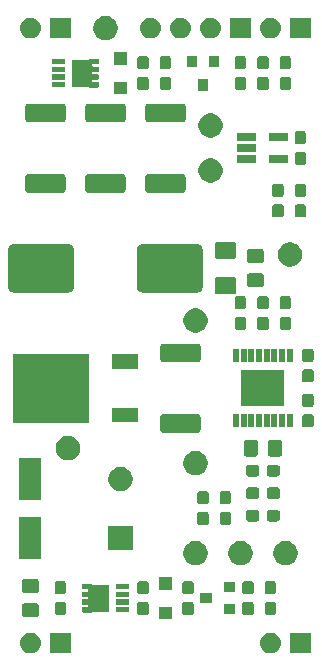
<source format=gbr>
G04 #@! TF.GenerationSoftware,KiCad,Pcbnew,(5.1.2)-2*
G04 #@! TF.CreationDate,2019-08-19T00:47:59-07:00*
G04 #@! TF.ProjectId,Charger SubBoard 0-2,43686172-6765-4722-9053-7562426f6172,rev?*
G04 #@! TF.SameCoordinates,Original*
G04 #@! TF.FileFunction,Soldermask,Top*
G04 #@! TF.FilePolarity,Negative*
%FSLAX46Y46*%
G04 Gerber Fmt 4.6, Leading zero omitted, Abs format (unit mm)*
G04 Created by KiCad (PCBNEW (5.1.2)-2) date 2019-08-19 00:47:59*
%MOMM*%
%LPD*%
G04 APERTURE LIST*
%ADD10C,0.100000*%
G04 APERTURE END LIST*
D10*
G36*
X144385400Y-108825400D02*
G01*
X142634600Y-108825400D01*
X142634600Y-107074600D01*
X144385400Y-107074600D01*
X144385400Y-108825400D01*
X144385400Y-108825400D01*
G37*
G36*
X161461611Y-107087267D02*
G01*
X161626619Y-107137322D01*
X161626622Y-107137323D01*
X161750392Y-107203480D01*
X161778703Y-107218612D01*
X161911996Y-107328004D01*
X162021388Y-107461297D01*
X162021390Y-107461301D01*
X162102677Y-107613378D01*
X162102678Y-107613381D01*
X162152733Y-107778389D01*
X162169635Y-107950000D01*
X162152733Y-108121611D01*
X162102678Y-108286619D01*
X162102677Y-108286622D01*
X162036520Y-108410392D01*
X162021388Y-108438703D01*
X161911996Y-108571996D01*
X161778703Y-108681388D01*
X161778699Y-108681390D01*
X161626622Y-108762677D01*
X161626619Y-108762678D01*
X161461611Y-108812733D01*
X161333003Y-108825400D01*
X161246997Y-108825400D01*
X161118389Y-108812733D01*
X160953381Y-108762678D01*
X160953378Y-108762677D01*
X160801301Y-108681390D01*
X160801297Y-108681388D01*
X160668004Y-108571996D01*
X160558612Y-108438703D01*
X160543480Y-108410392D01*
X160477323Y-108286622D01*
X160477322Y-108286619D01*
X160427267Y-108121611D01*
X160410365Y-107950000D01*
X160427267Y-107778389D01*
X160477322Y-107613381D01*
X160477323Y-107613378D01*
X160558610Y-107461301D01*
X160558612Y-107461297D01*
X160668004Y-107328004D01*
X160801297Y-107218612D01*
X160829608Y-107203480D01*
X160953378Y-107137323D01*
X160953381Y-107137322D01*
X161118389Y-107087267D01*
X161246997Y-107074600D01*
X161333003Y-107074600D01*
X161461611Y-107087267D01*
X161461611Y-107087267D01*
G37*
G36*
X164705400Y-108825400D02*
G01*
X162954600Y-108825400D01*
X162954600Y-107074600D01*
X164705400Y-107074600D01*
X164705400Y-108825400D01*
X164705400Y-108825400D01*
G37*
G36*
X141141611Y-107087267D02*
G01*
X141306619Y-107137322D01*
X141306622Y-107137323D01*
X141430392Y-107203480D01*
X141458703Y-107218612D01*
X141591996Y-107328004D01*
X141701388Y-107461297D01*
X141701390Y-107461301D01*
X141782677Y-107613378D01*
X141782678Y-107613381D01*
X141832733Y-107778389D01*
X141849635Y-107950000D01*
X141832733Y-108121611D01*
X141782678Y-108286619D01*
X141782677Y-108286622D01*
X141716520Y-108410392D01*
X141701388Y-108438703D01*
X141591996Y-108571996D01*
X141458703Y-108681388D01*
X141458699Y-108681390D01*
X141306622Y-108762677D01*
X141306619Y-108762678D01*
X141141611Y-108812733D01*
X141013003Y-108825400D01*
X140926997Y-108825400D01*
X140798389Y-108812733D01*
X140633381Y-108762678D01*
X140633378Y-108762677D01*
X140481301Y-108681390D01*
X140481297Y-108681388D01*
X140348004Y-108571996D01*
X140238612Y-108438703D01*
X140223480Y-108410392D01*
X140157323Y-108286622D01*
X140157322Y-108286619D01*
X140107267Y-108121611D01*
X140090365Y-107950000D01*
X140107267Y-107778389D01*
X140157322Y-107613381D01*
X140157323Y-107613378D01*
X140238610Y-107461301D01*
X140238612Y-107461297D01*
X140348004Y-107328004D01*
X140481297Y-107218612D01*
X140509608Y-107203480D01*
X140633378Y-107137323D01*
X140633381Y-107137322D01*
X140798389Y-107087267D01*
X140926997Y-107074600D01*
X141013003Y-107074600D01*
X141141611Y-107087267D01*
X141141611Y-107087267D01*
G37*
G36*
X152925400Y-105915400D02*
G01*
X151874600Y-105915400D01*
X151874600Y-104864600D01*
X152925400Y-104864600D01*
X152925400Y-105915400D01*
X152925400Y-105915400D01*
G37*
G36*
X141491052Y-104569539D02*
G01*
X141538659Y-104583980D01*
X141582544Y-104607437D01*
X141621001Y-104638999D01*
X141652563Y-104677456D01*
X141676020Y-104721341D01*
X141690461Y-104768948D01*
X141695400Y-104819091D01*
X141695400Y-105510909D01*
X141690461Y-105561052D01*
X141676020Y-105608659D01*
X141652563Y-105652544D01*
X141621001Y-105691001D01*
X141582544Y-105722563D01*
X141538659Y-105746020D01*
X141491052Y-105760461D01*
X141440909Y-105765400D01*
X140499091Y-105765400D01*
X140448948Y-105760461D01*
X140401341Y-105746020D01*
X140357456Y-105722563D01*
X140318999Y-105691001D01*
X140287437Y-105652544D01*
X140263980Y-105608659D01*
X140249539Y-105561052D01*
X140244600Y-105510909D01*
X140244600Y-104819091D01*
X140249539Y-104768948D01*
X140263980Y-104721341D01*
X140287437Y-104677456D01*
X140318999Y-104638999D01*
X140357456Y-104607437D01*
X140401341Y-104583980D01*
X140448948Y-104569539D01*
X140499091Y-104564600D01*
X141440909Y-104564600D01*
X141491052Y-104569539D01*
X141491052Y-104569539D01*
G37*
G36*
X154609113Y-104469347D02*
G01*
X154654841Y-104483218D01*
X154696992Y-104505747D01*
X154733935Y-104536065D01*
X154764253Y-104573008D01*
X154786782Y-104615159D01*
X154800653Y-104660887D01*
X154805400Y-104709076D01*
X154805400Y-105320924D01*
X154800653Y-105369113D01*
X154786782Y-105414841D01*
X154764253Y-105456992D01*
X154733935Y-105493935D01*
X154696992Y-105524253D01*
X154654841Y-105546782D01*
X154609113Y-105560653D01*
X154560924Y-105565400D01*
X154049076Y-105565400D01*
X154000887Y-105560653D01*
X153955159Y-105546782D01*
X153913008Y-105524253D01*
X153876065Y-105493935D01*
X153845747Y-105456992D01*
X153823218Y-105414841D01*
X153809347Y-105369113D01*
X153804600Y-105320924D01*
X153804600Y-104709076D01*
X153809347Y-104660887D01*
X153823218Y-104615159D01*
X153845747Y-104573008D01*
X153876065Y-104536065D01*
X153913008Y-104505747D01*
X153955159Y-104483218D01*
X154000887Y-104469347D01*
X154049076Y-104464600D01*
X154560924Y-104464600D01*
X154609113Y-104469347D01*
X154609113Y-104469347D01*
G37*
G36*
X159689113Y-104469347D02*
G01*
X159734841Y-104483218D01*
X159776992Y-104505747D01*
X159813935Y-104536065D01*
X159844253Y-104573008D01*
X159866782Y-104615159D01*
X159880653Y-104660887D01*
X159885400Y-104709076D01*
X159885400Y-105320924D01*
X159880653Y-105369113D01*
X159866782Y-105414841D01*
X159844253Y-105456992D01*
X159813935Y-105493935D01*
X159776992Y-105524253D01*
X159734841Y-105546782D01*
X159689113Y-105560653D01*
X159640924Y-105565400D01*
X159129076Y-105565400D01*
X159080887Y-105560653D01*
X159035159Y-105546782D01*
X158993008Y-105524253D01*
X158956065Y-105493935D01*
X158925747Y-105456992D01*
X158903218Y-105414841D01*
X158889347Y-105369113D01*
X158884600Y-105320924D01*
X158884600Y-104709076D01*
X158889347Y-104660887D01*
X158903218Y-104615159D01*
X158925747Y-104573008D01*
X158956065Y-104536065D01*
X158993008Y-104505747D01*
X159035159Y-104483218D01*
X159080887Y-104469347D01*
X159129076Y-104464600D01*
X159640924Y-104464600D01*
X159689113Y-104469347D01*
X159689113Y-104469347D01*
G37*
G36*
X161594113Y-104469347D02*
G01*
X161639841Y-104483218D01*
X161681992Y-104505747D01*
X161718935Y-104536065D01*
X161749253Y-104573008D01*
X161771782Y-104615159D01*
X161785653Y-104660887D01*
X161790400Y-104709076D01*
X161790400Y-105320924D01*
X161785653Y-105369113D01*
X161771782Y-105414841D01*
X161749253Y-105456992D01*
X161718935Y-105493935D01*
X161681992Y-105524253D01*
X161639841Y-105546782D01*
X161594113Y-105560653D01*
X161545924Y-105565400D01*
X161034076Y-105565400D01*
X160985887Y-105560653D01*
X160940159Y-105546782D01*
X160898008Y-105524253D01*
X160861065Y-105493935D01*
X160830747Y-105456992D01*
X160808218Y-105414841D01*
X160794347Y-105369113D01*
X160789600Y-105320924D01*
X160789600Y-104709076D01*
X160794347Y-104660887D01*
X160808218Y-104615159D01*
X160830747Y-104573008D01*
X160861065Y-104536065D01*
X160898008Y-104505747D01*
X160940159Y-104483218D01*
X160985887Y-104469347D01*
X161034076Y-104464600D01*
X161545924Y-104464600D01*
X161594113Y-104469347D01*
X161594113Y-104469347D01*
G37*
G36*
X150799113Y-104469347D02*
G01*
X150844841Y-104483218D01*
X150886992Y-104505747D01*
X150923935Y-104536065D01*
X150954253Y-104573008D01*
X150976782Y-104615159D01*
X150990653Y-104660887D01*
X150995400Y-104709076D01*
X150995400Y-105320924D01*
X150990653Y-105369113D01*
X150976782Y-105414841D01*
X150954253Y-105456992D01*
X150923935Y-105493935D01*
X150886992Y-105524253D01*
X150844841Y-105546782D01*
X150799113Y-105560653D01*
X150750924Y-105565400D01*
X150239076Y-105565400D01*
X150190887Y-105560653D01*
X150145159Y-105546782D01*
X150103008Y-105524253D01*
X150066065Y-105493935D01*
X150035747Y-105456992D01*
X150013218Y-105414841D01*
X149999347Y-105369113D01*
X149994600Y-105320924D01*
X149994600Y-104709076D01*
X149999347Y-104660887D01*
X150013218Y-104615159D01*
X150035747Y-104573008D01*
X150066065Y-104536065D01*
X150103008Y-104505747D01*
X150145159Y-104483218D01*
X150190887Y-104469347D01*
X150239076Y-104464600D01*
X150750924Y-104464600D01*
X150799113Y-104469347D01*
X150799113Y-104469347D01*
G37*
G36*
X143814113Y-104469347D02*
G01*
X143859841Y-104483218D01*
X143901992Y-104505747D01*
X143938935Y-104536065D01*
X143969253Y-104573008D01*
X143991782Y-104615159D01*
X144005653Y-104660887D01*
X144010400Y-104709076D01*
X144010400Y-105320924D01*
X144005653Y-105369113D01*
X143991782Y-105414841D01*
X143969253Y-105456992D01*
X143938935Y-105493935D01*
X143901992Y-105524253D01*
X143859841Y-105546782D01*
X143814113Y-105560653D01*
X143765924Y-105565400D01*
X143254076Y-105565400D01*
X143205887Y-105560653D01*
X143160159Y-105546782D01*
X143118008Y-105524253D01*
X143081065Y-105493935D01*
X143050747Y-105456992D01*
X143028218Y-105414841D01*
X143014347Y-105369113D01*
X143009600Y-105320924D01*
X143009600Y-104709076D01*
X143014347Y-104660887D01*
X143028218Y-104615159D01*
X143050747Y-104573008D01*
X143081065Y-104536065D01*
X143118008Y-104505747D01*
X143160159Y-104483218D01*
X143205887Y-104469347D01*
X143254076Y-104464600D01*
X143765924Y-104464600D01*
X143814113Y-104469347D01*
X143814113Y-104469347D01*
G37*
G36*
X158320400Y-105515400D02*
G01*
X157369600Y-105515400D01*
X157369600Y-104664600D01*
X158320400Y-104664600D01*
X158320400Y-105515400D01*
X158320400Y-105515400D01*
G37*
G36*
X146149993Y-102919477D02*
G01*
X146150000Y-102919477D01*
X146154979Y-102919967D01*
X146158056Y-102920901D01*
X146159769Y-102921420D01*
X146162709Y-102922992D01*
X146164180Y-102923778D01*
X146168047Y-102926953D01*
X146171222Y-102930820D01*
X146172008Y-102932291D01*
X146173580Y-102935231D01*
X146174099Y-102936944D01*
X146175033Y-102940021D01*
X146175523Y-102945000D01*
X146175523Y-102945007D01*
X146175584Y-102945626D01*
X146175584Y-102984217D01*
X146175828Y-102986694D01*
X146176551Y-102989077D01*
X146177724Y-102991272D01*
X146179303Y-102993197D01*
X146181228Y-102994776D01*
X146183423Y-102995949D01*
X146185806Y-102996672D01*
X146188283Y-102996916D01*
X147624374Y-102996916D01*
X147624993Y-102996977D01*
X147625000Y-102996977D01*
X147629979Y-102997467D01*
X147633056Y-102998401D01*
X147634769Y-102998920D01*
X147637709Y-103000492D01*
X147639180Y-103001278D01*
X147643047Y-103004453D01*
X147646222Y-103008320D01*
X147647008Y-103009791D01*
X147648580Y-103012731D01*
X147649099Y-103014444D01*
X147650033Y-103017521D01*
X147650523Y-103022500D01*
X147650523Y-103022507D01*
X147650584Y-103023126D01*
X147650584Y-105256874D01*
X147650523Y-105257493D01*
X147650523Y-105257500D01*
X147650033Y-105262479D01*
X147649099Y-105265556D01*
X147648580Y-105267269D01*
X147647008Y-105270209D01*
X147646222Y-105271680D01*
X147643047Y-105275547D01*
X147639180Y-105278722D01*
X147637709Y-105279508D01*
X147634769Y-105281080D01*
X147633056Y-105281599D01*
X147629979Y-105282533D01*
X147625000Y-105283023D01*
X147624993Y-105283023D01*
X147624374Y-105283084D01*
X146188283Y-105283084D01*
X146185806Y-105283328D01*
X146183423Y-105284051D01*
X146181228Y-105285224D01*
X146179303Y-105286803D01*
X146177724Y-105288728D01*
X146176551Y-105290923D01*
X146175828Y-105293306D01*
X146175584Y-105295783D01*
X146175584Y-105334374D01*
X146175523Y-105334993D01*
X146175523Y-105335000D01*
X146175033Y-105339979D01*
X146174099Y-105343056D01*
X146173580Y-105344769D01*
X146172008Y-105347709D01*
X146171222Y-105349180D01*
X146168047Y-105353047D01*
X146164180Y-105356222D01*
X146162709Y-105357008D01*
X146159769Y-105358580D01*
X146158056Y-105359099D01*
X146154979Y-105360033D01*
X146150000Y-105360523D01*
X146149993Y-105360523D01*
X146149374Y-105360584D01*
X145390626Y-105360584D01*
X145390007Y-105360523D01*
X145390000Y-105360523D01*
X145385021Y-105360033D01*
X145381944Y-105359099D01*
X145380231Y-105358580D01*
X145377291Y-105357008D01*
X145375820Y-105356222D01*
X145371953Y-105353047D01*
X145368778Y-105349180D01*
X145367992Y-105347709D01*
X145366420Y-105344769D01*
X145365901Y-105343056D01*
X145364967Y-105339979D01*
X145364477Y-105335000D01*
X145364477Y-105334993D01*
X145364416Y-105334374D01*
X145364416Y-104928126D01*
X145364477Y-104927507D01*
X145364477Y-104927500D01*
X145364967Y-104922521D01*
X145365901Y-104919444D01*
X145366420Y-104917731D01*
X145367992Y-104914791D01*
X145368778Y-104913320D01*
X145371953Y-104909453D01*
X145375820Y-104906278D01*
X145377291Y-104905492D01*
X145380231Y-104903920D01*
X145381944Y-104903401D01*
X145385021Y-104902467D01*
X145390000Y-104901977D01*
X145390007Y-104901977D01*
X145390626Y-104901916D01*
X145861717Y-104901916D01*
X145864194Y-104901672D01*
X145866577Y-104900949D01*
X145868772Y-104899776D01*
X145870697Y-104898197D01*
X145872276Y-104896272D01*
X145873449Y-104894077D01*
X145874172Y-104891694D01*
X145874416Y-104889217D01*
X145874416Y-104710783D01*
X145874172Y-104708306D01*
X145873449Y-104705923D01*
X145872276Y-104703728D01*
X145870697Y-104701803D01*
X145868772Y-104700224D01*
X145866577Y-104699051D01*
X145864194Y-104698328D01*
X145861717Y-104698084D01*
X145390626Y-104698084D01*
X145390007Y-104698023D01*
X145390000Y-104698023D01*
X145385021Y-104697533D01*
X145381944Y-104696599D01*
X145380231Y-104696080D01*
X145377291Y-104694508D01*
X145375820Y-104693722D01*
X145371953Y-104690547D01*
X145368778Y-104686680D01*
X145367992Y-104685209D01*
X145366420Y-104682269D01*
X145365901Y-104680556D01*
X145364967Y-104677479D01*
X145364477Y-104672500D01*
X145364477Y-104672493D01*
X145364416Y-104671874D01*
X145364416Y-104268126D01*
X145364477Y-104267507D01*
X145364477Y-104267500D01*
X145364967Y-104262521D01*
X145365901Y-104259444D01*
X145366420Y-104257731D01*
X145367992Y-104254791D01*
X145368778Y-104253320D01*
X145371953Y-104249453D01*
X145375820Y-104246278D01*
X145377291Y-104245492D01*
X145380231Y-104243920D01*
X145381944Y-104243401D01*
X145385021Y-104242467D01*
X145390000Y-104241977D01*
X145390007Y-104241977D01*
X145390626Y-104241916D01*
X145861717Y-104241916D01*
X145864194Y-104241672D01*
X145866577Y-104240949D01*
X145868772Y-104239776D01*
X145870697Y-104238197D01*
X145872276Y-104236272D01*
X145873449Y-104234077D01*
X145874172Y-104231694D01*
X145874416Y-104229217D01*
X145874416Y-104050783D01*
X145874172Y-104048306D01*
X145873449Y-104045923D01*
X145872276Y-104043728D01*
X145870697Y-104041803D01*
X145868772Y-104040224D01*
X145866577Y-104039051D01*
X145864194Y-104038328D01*
X145861717Y-104038084D01*
X145390626Y-104038084D01*
X145390007Y-104038023D01*
X145390000Y-104038023D01*
X145385021Y-104037533D01*
X145381944Y-104036599D01*
X145380231Y-104036080D01*
X145377291Y-104034508D01*
X145375820Y-104033722D01*
X145371953Y-104030547D01*
X145368778Y-104026680D01*
X145367992Y-104025209D01*
X145366420Y-104022269D01*
X145365901Y-104020556D01*
X145364967Y-104017479D01*
X145364477Y-104012500D01*
X145364477Y-104012493D01*
X145364416Y-104011874D01*
X145364416Y-103608126D01*
X145364477Y-103607507D01*
X145364477Y-103607500D01*
X145364967Y-103602521D01*
X145365919Y-103599385D01*
X145366420Y-103597731D01*
X145367992Y-103594791D01*
X145368778Y-103593320D01*
X145371953Y-103589453D01*
X145375820Y-103586278D01*
X145377291Y-103585492D01*
X145380231Y-103583920D01*
X145381944Y-103583401D01*
X145385021Y-103582467D01*
X145390000Y-103581977D01*
X145390007Y-103581977D01*
X145390626Y-103581916D01*
X145861717Y-103581916D01*
X145864194Y-103581672D01*
X145866577Y-103580949D01*
X145868772Y-103579776D01*
X145870697Y-103578197D01*
X145872276Y-103576272D01*
X145873449Y-103574077D01*
X145874172Y-103571694D01*
X145874416Y-103569217D01*
X145874416Y-103390783D01*
X145874172Y-103388306D01*
X145873449Y-103385923D01*
X145872276Y-103383728D01*
X145870697Y-103381803D01*
X145868772Y-103380224D01*
X145866577Y-103379051D01*
X145864194Y-103378328D01*
X145861717Y-103378084D01*
X145390626Y-103378084D01*
X145390007Y-103378023D01*
X145390000Y-103378023D01*
X145385021Y-103377533D01*
X145381944Y-103376599D01*
X145380231Y-103376080D01*
X145377291Y-103374508D01*
X145375820Y-103373722D01*
X145371953Y-103370547D01*
X145368778Y-103366680D01*
X145367992Y-103365209D01*
X145366420Y-103362269D01*
X145365901Y-103360556D01*
X145364967Y-103357479D01*
X145364477Y-103352500D01*
X145364477Y-103352493D01*
X145364416Y-103351874D01*
X145364416Y-102945626D01*
X145364477Y-102945007D01*
X145364477Y-102945000D01*
X145364967Y-102940021D01*
X145365901Y-102936944D01*
X145366420Y-102935231D01*
X145367992Y-102932291D01*
X145368778Y-102930820D01*
X145371953Y-102926953D01*
X145375820Y-102923778D01*
X145377291Y-102922992D01*
X145380231Y-102921420D01*
X145381944Y-102920901D01*
X145385021Y-102919967D01*
X145390000Y-102919477D01*
X145390007Y-102919477D01*
X145390626Y-102919416D01*
X146149374Y-102919416D01*
X146149993Y-102919477D01*
X146149993Y-102919477D01*
G37*
G36*
X149275400Y-105357900D02*
G01*
X148234600Y-105357900D01*
X148234600Y-104902100D01*
X149275400Y-104902100D01*
X149275400Y-105357900D01*
X149275400Y-105357900D01*
G37*
G36*
X149275400Y-104697900D02*
G01*
X148234600Y-104697900D01*
X148234600Y-104242100D01*
X149275400Y-104242100D01*
X149275400Y-104697900D01*
X149275400Y-104697900D01*
G37*
G36*
X156320400Y-104565400D02*
G01*
X155369600Y-104565400D01*
X155369600Y-103714600D01*
X156320400Y-103714600D01*
X156320400Y-104565400D01*
X156320400Y-104565400D01*
G37*
G36*
X149275400Y-104037900D02*
G01*
X148234600Y-104037900D01*
X148234600Y-103582100D01*
X149275400Y-103582100D01*
X149275400Y-104037900D01*
X149275400Y-104037900D01*
G37*
G36*
X161594113Y-102719347D02*
G01*
X161639841Y-102733218D01*
X161681992Y-102755747D01*
X161718935Y-102786065D01*
X161749253Y-102823008D01*
X161771782Y-102865159D01*
X161785653Y-102910887D01*
X161790400Y-102959076D01*
X161790400Y-103570924D01*
X161785653Y-103619113D01*
X161771782Y-103664841D01*
X161749253Y-103706992D01*
X161718935Y-103743935D01*
X161681992Y-103774253D01*
X161639841Y-103796782D01*
X161594113Y-103810653D01*
X161545924Y-103815400D01*
X161034076Y-103815400D01*
X160985887Y-103810653D01*
X160940159Y-103796782D01*
X160898008Y-103774253D01*
X160861065Y-103743935D01*
X160830747Y-103706992D01*
X160808218Y-103664841D01*
X160794347Y-103619113D01*
X160789600Y-103570924D01*
X160789600Y-102959076D01*
X160794347Y-102910887D01*
X160808218Y-102865159D01*
X160830747Y-102823008D01*
X160861065Y-102786065D01*
X160898008Y-102755747D01*
X160940159Y-102733218D01*
X160985887Y-102719347D01*
X161034076Y-102714600D01*
X161545924Y-102714600D01*
X161594113Y-102719347D01*
X161594113Y-102719347D01*
G37*
G36*
X143814113Y-102719347D02*
G01*
X143859841Y-102733218D01*
X143901992Y-102755747D01*
X143938935Y-102786065D01*
X143969253Y-102823008D01*
X143991782Y-102865159D01*
X144005653Y-102910887D01*
X144010400Y-102959076D01*
X144010400Y-103570924D01*
X144005653Y-103619113D01*
X143991782Y-103664841D01*
X143969253Y-103706992D01*
X143938935Y-103743935D01*
X143901992Y-103774253D01*
X143859841Y-103796782D01*
X143814113Y-103810653D01*
X143765924Y-103815400D01*
X143254076Y-103815400D01*
X143205887Y-103810653D01*
X143160159Y-103796782D01*
X143118008Y-103774253D01*
X143081065Y-103743935D01*
X143050747Y-103706992D01*
X143028218Y-103664841D01*
X143014347Y-103619113D01*
X143009600Y-103570924D01*
X143009600Y-102959076D01*
X143014347Y-102910887D01*
X143028218Y-102865159D01*
X143050747Y-102823008D01*
X143081065Y-102786065D01*
X143118008Y-102755747D01*
X143160159Y-102733218D01*
X143205887Y-102719347D01*
X143254076Y-102714600D01*
X143765924Y-102714600D01*
X143814113Y-102719347D01*
X143814113Y-102719347D01*
G37*
G36*
X154609113Y-102719347D02*
G01*
X154654841Y-102733218D01*
X154696992Y-102755747D01*
X154733935Y-102786065D01*
X154764253Y-102823008D01*
X154786782Y-102865159D01*
X154800653Y-102910887D01*
X154805400Y-102959076D01*
X154805400Y-103570924D01*
X154800653Y-103619113D01*
X154786782Y-103664841D01*
X154764253Y-103706992D01*
X154733935Y-103743935D01*
X154696992Y-103774253D01*
X154654841Y-103796782D01*
X154609113Y-103810653D01*
X154560924Y-103815400D01*
X154049076Y-103815400D01*
X154000887Y-103810653D01*
X153955159Y-103796782D01*
X153913008Y-103774253D01*
X153876065Y-103743935D01*
X153845747Y-103706992D01*
X153823218Y-103664841D01*
X153809347Y-103619113D01*
X153804600Y-103570924D01*
X153804600Y-102959076D01*
X153809347Y-102910887D01*
X153823218Y-102865159D01*
X153845747Y-102823008D01*
X153876065Y-102786065D01*
X153913008Y-102755747D01*
X153955159Y-102733218D01*
X154000887Y-102719347D01*
X154049076Y-102714600D01*
X154560924Y-102714600D01*
X154609113Y-102719347D01*
X154609113Y-102719347D01*
G37*
G36*
X150799113Y-102719347D02*
G01*
X150844841Y-102733218D01*
X150886992Y-102755747D01*
X150923935Y-102786065D01*
X150954253Y-102823008D01*
X150976782Y-102865159D01*
X150990653Y-102910887D01*
X150995400Y-102959076D01*
X150995400Y-103570924D01*
X150990653Y-103619113D01*
X150976782Y-103664841D01*
X150954253Y-103706992D01*
X150923935Y-103743935D01*
X150886992Y-103774253D01*
X150844841Y-103796782D01*
X150799113Y-103810653D01*
X150750924Y-103815400D01*
X150239076Y-103815400D01*
X150190887Y-103810653D01*
X150145159Y-103796782D01*
X150103008Y-103774253D01*
X150066065Y-103743935D01*
X150035747Y-103706992D01*
X150013218Y-103664841D01*
X149999347Y-103619113D01*
X149994600Y-103570924D01*
X149994600Y-102959076D01*
X149999347Y-102910887D01*
X150013218Y-102865159D01*
X150035747Y-102823008D01*
X150066065Y-102786065D01*
X150103008Y-102755747D01*
X150145159Y-102733218D01*
X150190887Y-102719347D01*
X150239076Y-102714600D01*
X150750924Y-102714600D01*
X150799113Y-102719347D01*
X150799113Y-102719347D01*
G37*
G36*
X159689113Y-102719347D02*
G01*
X159734841Y-102733218D01*
X159776992Y-102755747D01*
X159813935Y-102786065D01*
X159844253Y-102823008D01*
X159866782Y-102865159D01*
X159880653Y-102910887D01*
X159885400Y-102959076D01*
X159885400Y-103570924D01*
X159880653Y-103619113D01*
X159866782Y-103664841D01*
X159844253Y-103706992D01*
X159813935Y-103743935D01*
X159776992Y-103774253D01*
X159734841Y-103796782D01*
X159689113Y-103810653D01*
X159640924Y-103815400D01*
X159129076Y-103815400D01*
X159080887Y-103810653D01*
X159035159Y-103796782D01*
X158993008Y-103774253D01*
X158956065Y-103743935D01*
X158925747Y-103706992D01*
X158903218Y-103664841D01*
X158889347Y-103619113D01*
X158884600Y-103570924D01*
X158884600Y-102959076D01*
X158889347Y-102910887D01*
X158903218Y-102865159D01*
X158925747Y-102823008D01*
X158956065Y-102786065D01*
X158993008Y-102755747D01*
X159035159Y-102733218D01*
X159080887Y-102719347D01*
X159129076Y-102714600D01*
X159640924Y-102714600D01*
X159689113Y-102719347D01*
X159689113Y-102719347D01*
G37*
G36*
X141491052Y-102519539D02*
G01*
X141538659Y-102533980D01*
X141582544Y-102557437D01*
X141621001Y-102588999D01*
X141652563Y-102627456D01*
X141676020Y-102671341D01*
X141690461Y-102718948D01*
X141695400Y-102769091D01*
X141695400Y-103460909D01*
X141690461Y-103511052D01*
X141676020Y-103558659D01*
X141652563Y-103602544D01*
X141621001Y-103641001D01*
X141582544Y-103672563D01*
X141538659Y-103696020D01*
X141491052Y-103710461D01*
X141440909Y-103715400D01*
X140499091Y-103715400D01*
X140448948Y-103710461D01*
X140401341Y-103696020D01*
X140357456Y-103672563D01*
X140318999Y-103641001D01*
X140287437Y-103602544D01*
X140263980Y-103558659D01*
X140249539Y-103511052D01*
X140244600Y-103460909D01*
X140244600Y-102769091D01*
X140249539Y-102718948D01*
X140263980Y-102671341D01*
X140287437Y-102627456D01*
X140318999Y-102588999D01*
X140357456Y-102557437D01*
X140401341Y-102533980D01*
X140448948Y-102519539D01*
X140499091Y-102514600D01*
X141440909Y-102514600D01*
X141491052Y-102519539D01*
X141491052Y-102519539D01*
G37*
G36*
X158320400Y-103615400D02*
G01*
X157369600Y-103615400D01*
X157369600Y-102764600D01*
X158320400Y-102764600D01*
X158320400Y-103615400D01*
X158320400Y-103615400D01*
G37*
G36*
X152925400Y-103415400D02*
G01*
X151874600Y-103415400D01*
X151874600Y-102364600D01*
X152925400Y-102364600D01*
X152925400Y-103415400D01*
X152925400Y-103415400D01*
G37*
G36*
X149275400Y-103377900D02*
G01*
X148234600Y-103377900D01*
X148234600Y-102922100D01*
X149275400Y-102922100D01*
X149275400Y-103377900D01*
X149275400Y-103377900D01*
G37*
G36*
X159049098Y-99344005D02*
G01*
X159235708Y-99421302D01*
X159403652Y-99533518D01*
X159546482Y-99676348D01*
X159658698Y-99844292D01*
X159735995Y-100030902D01*
X159775400Y-100229006D01*
X159775400Y-100430994D01*
X159735995Y-100629098D01*
X159658698Y-100815708D01*
X159546482Y-100983652D01*
X159403652Y-101126482D01*
X159235708Y-101238698D01*
X159049098Y-101315995D01*
X158850994Y-101355400D01*
X158649006Y-101355400D01*
X158450902Y-101315995D01*
X158264292Y-101238698D01*
X158096348Y-101126482D01*
X157953518Y-100983652D01*
X157841302Y-100815708D01*
X157764005Y-100629098D01*
X157724600Y-100430994D01*
X157724600Y-100229006D01*
X157764005Y-100030902D01*
X157841302Y-99844292D01*
X157953518Y-99676348D01*
X158096348Y-99533518D01*
X158264292Y-99421302D01*
X158450902Y-99344005D01*
X158649006Y-99304600D01*
X158850994Y-99304600D01*
X159049098Y-99344005D01*
X159049098Y-99344005D01*
G37*
G36*
X155239098Y-99344005D02*
G01*
X155425708Y-99421302D01*
X155593652Y-99533518D01*
X155736482Y-99676348D01*
X155848698Y-99844292D01*
X155925995Y-100030902D01*
X155965400Y-100229006D01*
X155965400Y-100430994D01*
X155925995Y-100629098D01*
X155848698Y-100815708D01*
X155736482Y-100983652D01*
X155593652Y-101126482D01*
X155425708Y-101238698D01*
X155239098Y-101315995D01*
X155040994Y-101355400D01*
X154839006Y-101355400D01*
X154640902Y-101315995D01*
X154454292Y-101238698D01*
X154286348Y-101126482D01*
X154143518Y-100983652D01*
X154031302Y-100815708D01*
X153954005Y-100629098D01*
X153914600Y-100430994D01*
X153914600Y-100229006D01*
X153954005Y-100030902D01*
X154031302Y-99844292D01*
X154143518Y-99676348D01*
X154286348Y-99533518D01*
X154454292Y-99421302D01*
X154640902Y-99344005D01*
X154839006Y-99304600D01*
X155040994Y-99304600D01*
X155239098Y-99344005D01*
X155239098Y-99344005D01*
G37*
G36*
X162859098Y-99344005D02*
G01*
X163045708Y-99421302D01*
X163213652Y-99533518D01*
X163356482Y-99676348D01*
X163468698Y-99844292D01*
X163545995Y-100030902D01*
X163585400Y-100229006D01*
X163585400Y-100430994D01*
X163545995Y-100629098D01*
X163468698Y-100815708D01*
X163356482Y-100983652D01*
X163213652Y-101126482D01*
X163045708Y-101238698D01*
X162859098Y-101315995D01*
X162660994Y-101355400D01*
X162459006Y-101355400D01*
X162260902Y-101315995D01*
X162074292Y-101238698D01*
X161906348Y-101126482D01*
X161763518Y-100983652D01*
X161651302Y-100815708D01*
X161574005Y-100629098D01*
X161534600Y-100430994D01*
X161534600Y-100229006D01*
X161574005Y-100030902D01*
X161651302Y-99844292D01*
X161763518Y-99676348D01*
X161906348Y-99533518D01*
X162074292Y-99421302D01*
X162260902Y-99344005D01*
X162459006Y-99304600D01*
X162660994Y-99304600D01*
X162859098Y-99344005D01*
X162859098Y-99344005D01*
G37*
G36*
X141895400Y-100795400D02*
G01*
X140044600Y-100795400D01*
X140044600Y-97244600D01*
X141895400Y-97244600D01*
X141895400Y-100795400D01*
X141895400Y-100795400D01*
G37*
G36*
X149615400Y-100085400D02*
G01*
X147564600Y-100085400D01*
X147564600Y-98034600D01*
X149615400Y-98034600D01*
X149615400Y-100085400D01*
X149615400Y-100085400D01*
G37*
G36*
X155879113Y-96849347D02*
G01*
X155924841Y-96863218D01*
X155966992Y-96885747D01*
X156003935Y-96916065D01*
X156034253Y-96953008D01*
X156056782Y-96995159D01*
X156070653Y-97040887D01*
X156075400Y-97089076D01*
X156075400Y-97700924D01*
X156070653Y-97749113D01*
X156056782Y-97794841D01*
X156034253Y-97836992D01*
X156003935Y-97873935D01*
X155966992Y-97904253D01*
X155924841Y-97926782D01*
X155879113Y-97940653D01*
X155830924Y-97945400D01*
X155319076Y-97945400D01*
X155270887Y-97940653D01*
X155225159Y-97926782D01*
X155183008Y-97904253D01*
X155146065Y-97873935D01*
X155115747Y-97836992D01*
X155093218Y-97794841D01*
X155079347Y-97749113D01*
X155074600Y-97700924D01*
X155074600Y-97089076D01*
X155079347Y-97040887D01*
X155093218Y-96995159D01*
X155115747Y-96953008D01*
X155146065Y-96916065D01*
X155183008Y-96885747D01*
X155225159Y-96863218D01*
X155270887Y-96849347D01*
X155319076Y-96844600D01*
X155830924Y-96844600D01*
X155879113Y-96849347D01*
X155879113Y-96849347D01*
G37*
G36*
X157784113Y-96849347D02*
G01*
X157829841Y-96863218D01*
X157871992Y-96885747D01*
X157908935Y-96916065D01*
X157939253Y-96953008D01*
X157961782Y-96995159D01*
X157975653Y-97040887D01*
X157980400Y-97089076D01*
X157980400Y-97700924D01*
X157975653Y-97749113D01*
X157961782Y-97794841D01*
X157939253Y-97836992D01*
X157908935Y-97873935D01*
X157871992Y-97904253D01*
X157829841Y-97926782D01*
X157784113Y-97940653D01*
X157735924Y-97945400D01*
X157224076Y-97945400D01*
X157175887Y-97940653D01*
X157130159Y-97926782D01*
X157088008Y-97904253D01*
X157051065Y-97873935D01*
X157020747Y-97836992D01*
X156998218Y-97794841D01*
X156984347Y-97749113D01*
X156979600Y-97700924D01*
X156979600Y-97089076D01*
X156984347Y-97040887D01*
X156998218Y-96995159D01*
X157020747Y-96953008D01*
X157051065Y-96916065D01*
X157088008Y-96885747D01*
X157130159Y-96863218D01*
X157175887Y-96849347D01*
X157224076Y-96844600D01*
X157735924Y-96844600D01*
X157784113Y-96849347D01*
X157784113Y-96849347D01*
G37*
G36*
X161884113Y-96659347D02*
G01*
X161929841Y-96673218D01*
X161971992Y-96695747D01*
X162008935Y-96726065D01*
X162039253Y-96763008D01*
X162061782Y-96805159D01*
X162075653Y-96850887D01*
X162080400Y-96899076D01*
X162080400Y-97410924D01*
X162075653Y-97459113D01*
X162061782Y-97504841D01*
X162039253Y-97546992D01*
X162008935Y-97583935D01*
X161971992Y-97614253D01*
X161929841Y-97636782D01*
X161884113Y-97650653D01*
X161835924Y-97655400D01*
X161224076Y-97655400D01*
X161175887Y-97650653D01*
X161130159Y-97636782D01*
X161088008Y-97614253D01*
X161051065Y-97583935D01*
X161020747Y-97546992D01*
X160998218Y-97504841D01*
X160984347Y-97459113D01*
X160979600Y-97410924D01*
X160979600Y-96899076D01*
X160984347Y-96850887D01*
X160998218Y-96805159D01*
X161020747Y-96763008D01*
X161051065Y-96726065D01*
X161088008Y-96695747D01*
X161130159Y-96673218D01*
X161175887Y-96659347D01*
X161224076Y-96654600D01*
X161835924Y-96654600D01*
X161884113Y-96659347D01*
X161884113Y-96659347D01*
G37*
G36*
X160134113Y-96659347D02*
G01*
X160179841Y-96673218D01*
X160221992Y-96695747D01*
X160258935Y-96726065D01*
X160289253Y-96763008D01*
X160311782Y-96805159D01*
X160325653Y-96850887D01*
X160330400Y-96899076D01*
X160330400Y-97410924D01*
X160325653Y-97459113D01*
X160311782Y-97504841D01*
X160289253Y-97546992D01*
X160258935Y-97583935D01*
X160221992Y-97614253D01*
X160179841Y-97636782D01*
X160134113Y-97650653D01*
X160085924Y-97655400D01*
X159474076Y-97655400D01*
X159425887Y-97650653D01*
X159380159Y-97636782D01*
X159338008Y-97614253D01*
X159301065Y-97583935D01*
X159270747Y-97546992D01*
X159248218Y-97504841D01*
X159234347Y-97459113D01*
X159229600Y-97410924D01*
X159229600Y-96899076D01*
X159234347Y-96850887D01*
X159248218Y-96805159D01*
X159270747Y-96763008D01*
X159301065Y-96726065D01*
X159338008Y-96695747D01*
X159380159Y-96673218D01*
X159425887Y-96659347D01*
X159474076Y-96654600D01*
X160085924Y-96654600D01*
X160134113Y-96659347D01*
X160134113Y-96659347D01*
G37*
G36*
X157784113Y-95099347D02*
G01*
X157829841Y-95113218D01*
X157871992Y-95135747D01*
X157908935Y-95166065D01*
X157939253Y-95203008D01*
X157961782Y-95245159D01*
X157975653Y-95290887D01*
X157980400Y-95339076D01*
X157980400Y-95950924D01*
X157975653Y-95999113D01*
X157961782Y-96044841D01*
X157939253Y-96086992D01*
X157908935Y-96123935D01*
X157871992Y-96154253D01*
X157829841Y-96176782D01*
X157784113Y-96190653D01*
X157735924Y-96195400D01*
X157224076Y-96195400D01*
X157175887Y-96190653D01*
X157130159Y-96176782D01*
X157088008Y-96154253D01*
X157051065Y-96123935D01*
X157020747Y-96086992D01*
X156998218Y-96044841D01*
X156984347Y-95999113D01*
X156979600Y-95950924D01*
X156979600Y-95339076D01*
X156984347Y-95290887D01*
X156998218Y-95245159D01*
X157020747Y-95203008D01*
X157051065Y-95166065D01*
X157088008Y-95135747D01*
X157130159Y-95113218D01*
X157175887Y-95099347D01*
X157224076Y-95094600D01*
X157735924Y-95094600D01*
X157784113Y-95099347D01*
X157784113Y-95099347D01*
G37*
G36*
X155879113Y-95099347D02*
G01*
X155924841Y-95113218D01*
X155966992Y-95135747D01*
X156003935Y-95166065D01*
X156034253Y-95203008D01*
X156056782Y-95245159D01*
X156070653Y-95290887D01*
X156075400Y-95339076D01*
X156075400Y-95950924D01*
X156070653Y-95999113D01*
X156056782Y-96044841D01*
X156034253Y-96086992D01*
X156003935Y-96123935D01*
X155966992Y-96154253D01*
X155924841Y-96176782D01*
X155879113Y-96190653D01*
X155830924Y-96195400D01*
X155319076Y-96195400D01*
X155270887Y-96190653D01*
X155225159Y-96176782D01*
X155183008Y-96154253D01*
X155146065Y-96123935D01*
X155115747Y-96086992D01*
X155093218Y-96044841D01*
X155079347Y-95999113D01*
X155074600Y-95950924D01*
X155074600Y-95339076D01*
X155079347Y-95290887D01*
X155093218Y-95245159D01*
X155115747Y-95203008D01*
X155146065Y-95166065D01*
X155183008Y-95135747D01*
X155225159Y-95113218D01*
X155270887Y-95099347D01*
X155319076Y-95094600D01*
X155830924Y-95094600D01*
X155879113Y-95099347D01*
X155879113Y-95099347D01*
G37*
G36*
X141895400Y-95795400D02*
G01*
X140044600Y-95795400D01*
X140044600Y-92244600D01*
X141895400Y-92244600D01*
X141895400Y-95795400D01*
X141895400Y-95795400D01*
G37*
G36*
X161884113Y-94754347D02*
G01*
X161929841Y-94768218D01*
X161971992Y-94790747D01*
X162008935Y-94821065D01*
X162039253Y-94858008D01*
X162061782Y-94900159D01*
X162075653Y-94945887D01*
X162080400Y-94994076D01*
X162080400Y-95505924D01*
X162075653Y-95554113D01*
X162061782Y-95599841D01*
X162039253Y-95641992D01*
X162008935Y-95678935D01*
X161971992Y-95709253D01*
X161929841Y-95731782D01*
X161884113Y-95745653D01*
X161835924Y-95750400D01*
X161224076Y-95750400D01*
X161175887Y-95745653D01*
X161130159Y-95731782D01*
X161088008Y-95709253D01*
X161051065Y-95678935D01*
X161020747Y-95641992D01*
X160998218Y-95599841D01*
X160984347Y-95554113D01*
X160979600Y-95505924D01*
X160979600Y-94994076D01*
X160984347Y-94945887D01*
X160998218Y-94900159D01*
X161020747Y-94858008D01*
X161051065Y-94821065D01*
X161088008Y-94790747D01*
X161130159Y-94768218D01*
X161175887Y-94754347D01*
X161224076Y-94749600D01*
X161835924Y-94749600D01*
X161884113Y-94754347D01*
X161884113Y-94754347D01*
G37*
G36*
X160134113Y-94754347D02*
G01*
X160179841Y-94768218D01*
X160221992Y-94790747D01*
X160258935Y-94821065D01*
X160289253Y-94858008D01*
X160311782Y-94900159D01*
X160325653Y-94945887D01*
X160330400Y-94994076D01*
X160330400Y-95505924D01*
X160325653Y-95554113D01*
X160311782Y-95599841D01*
X160289253Y-95641992D01*
X160258935Y-95678935D01*
X160221992Y-95709253D01*
X160179841Y-95731782D01*
X160134113Y-95745653D01*
X160085924Y-95750400D01*
X159474076Y-95750400D01*
X159425887Y-95745653D01*
X159380159Y-95731782D01*
X159338008Y-95709253D01*
X159301065Y-95678935D01*
X159270747Y-95641992D01*
X159248218Y-95599841D01*
X159234347Y-95554113D01*
X159229600Y-95505924D01*
X159229600Y-94994076D01*
X159234347Y-94945887D01*
X159248218Y-94900159D01*
X159270747Y-94858008D01*
X159301065Y-94821065D01*
X159338008Y-94790747D01*
X159380159Y-94768218D01*
X159425887Y-94754347D01*
X159474076Y-94749600D01*
X160085924Y-94749600D01*
X160134113Y-94754347D01*
X160134113Y-94754347D01*
G37*
G36*
X148889098Y-93074005D02*
G01*
X149075708Y-93151302D01*
X149243652Y-93263518D01*
X149386482Y-93406348D01*
X149498698Y-93574292D01*
X149575995Y-93760902D01*
X149615400Y-93959006D01*
X149615400Y-94160994D01*
X149575995Y-94359098D01*
X149498698Y-94545708D01*
X149386482Y-94713652D01*
X149243652Y-94856482D01*
X149075708Y-94968698D01*
X148889098Y-95045995D01*
X148690994Y-95085400D01*
X148489006Y-95085400D01*
X148290902Y-95045995D01*
X148104292Y-94968698D01*
X147936348Y-94856482D01*
X147793518Y-94713652D01*
X147681302Y-94545708D01*
X147604005Y-94359098D01*
X147564600Y-94160994D01*
X147564600Y-93959006D01*
X147604005Y-93760902D01*
X147681302Y-93574292D01*
X147793518Y-93406348D01*
X147936348Y-93263518D01*
X148104292Y-93151302D01*
X148290902Y-93074005D01*
X148489006Y-93034600D01*
X148690994Y-93034600D01*
X148889098Y-93074005D01*
X148889098Y-93074005D01*
G37*
G36*
X161884113Y-92849347D02*
G01*
X161929841Y-92863218D01*
X161971992Y-92885747D01*
X162008935Y-92916065D01*
X162039253Y-92953008D01*
X162061782Y-92995159D01*
X162075653Y-93040887D01*
X162080400Y-93089076D01*
X162080400Y-93600924D01*
X162075653Y-93649113D01*
X162061782Y-93694841D01*
X162039253Y-93736992D01*
X162008935Y-93773935D01*
X161971992Y-93804253D01*
X161929841Y-93826782D01*
X161884113Y-93840653D01*
X161835924Y-93845400D01*
X161224076Y-93845400D01*
X161175887Y-93840653D01*
X161130159Y-93826782D01*
X161088008Y-93804253D01*
X161051065Y-93773935D01*
X161020747Y-93736992D01*
X160998218Y-93694841D01*
X160984347Y-93649113D01*
X160979600Y-93600924D01*
X160979600Y-93089076D01*
X160984347Y-93040887D01*
X160998218Y-92995159D01*
X161020747Y-92953008D01*
X161051065Y-92916065D01*
X161088008Y-92885747D01*
X161130159Y-92863218D01*
X161175887Y-92849347D01*
X161224076Y-92844600D01*
X161835924Y-92844600D01*
X161884113Y-92849347D01*
X161884113Y-92849347D01*
G37*
G36*
X160134113Y-92849347D02*
G01*
X160179841Y-92863218D01*
X160221992Y-92885747D01*
X160258935Y-92916065D01*
X160289253Y-92953008D01*
X160311782Y-92995159D01*
X160325653Y-93040887D01*
X160330400Y-93089076D01*
X160330400Y-93600924D01*
X160325653Y-93649113D01*
X160311782Y-93694841D01*
X160289253Y-93736992D01*
X160258935Y-93773935D01*
X160221992Y-93804253D01*
X160179841Y-93826782D01*
X160134113Y-93840653D01*
X160085924Y-93845400D01*
X159474076Y-93845400D01*
X159425887Y-93840653D01*
X159380159Y-93826782D01*
X159338008Y-93804253D01*
X159301065Y-93773935D01*
X159270747Y-93736992D01*
X159248218Y-93694841D01*
X159234347Y-93649113D01*
X159229600Y-93600924D01*
X159229600Y-93089076D01*
X159234347Y-93040887D01*
X159248218Y-92995159D01*
X159270747Y-92953008D01*
X159301065Y-92916065D01*
X159338008Y-92885747D01*
X159380159Y-92863218D01*
X159425887Y-92849347D01*
X159474076Y-92844600D01*
X160085924Y-92844600D01*
X160134113Y-92849347D01*
X160134113Y-92849347D01*
G37*
G36*
X155239098Y-91724005D02*
G01*
X155425708Y-91801302D01*
X155593652Y-91913518D01*
X155736482Y-92056348D01*
X155848698Y-92224292D01*
X155925995Y-92410902D01*
X155965400Y-92609006D01*
X155965400Y-92810994D01*
X155925995Y-93009098D01*
X155848698Y-93195708D01*
X155736482Y-93363652D01*
X155593652Y-93506482D01*
X155425708Y-93618698D01*
X155239098Y-93695995D01*
X155040994Y-93735400D01*
X154839006Y-93735400D01*
X154640902Y-93695995D01*
X154454292Y-93618698D01*
X154286348Y-93506482D01*
X154143518Y-93363652D01*
X154031302Y-93195708D01*
X153954005Y-93009098D01*
X153914600Y-92810994D01*
X153914600Y-92609006D01*
X153954005Y-92410902D01*
X154031302Y-92224292D01*
X154143518Y-92056348D01*
X154286348Y-91913518D01*
X154454292Y-91801302D01*
X154640902Y-91724005D01*
X154839006Y-91684600D01*
X155040994Y-91684600D01*
X155239098Y-91724005D01*
X155239098Y-91724005D01*
G37*
G36*
X144444098Y-90454005D02*
G01*
X144630708Y-90531302D01*
X144798652Y-90643518D01*
X144941482Y-90786348D01*
X145053698Y-90954292D01*
X145130995Y-91140902D01*
X145170400Y-91339006D01*
X145170400Y-91540994D01*
X145130995Y-91739098D01*
X145053698Y-91925708D01*
X144941482Y-92093652D01*
X144798652Y-92236482D01*
X144630708Y-92348698D01*
X144444098Y-92425995D01*
X144245994Y-92465400D01*
X144044006Y-92465400D01*
X143845902Y-92425995D01*
X143659292Y-92348698D01*
X143491348Y-92236482D01*
X143348518Y-92093652D01*
X143236302Y-91925708D01*
X143159005Y-91739098D01*
X143119600Y-91540994D01*
X143119600Y-91339006D01*
X143159005Y-91140902D01*
X143236302Y-90954292D01*
X143348518Y-90786348D01*
X143491348Y-90643518D01*
X143659292Y-90531302D01*
X143845902Y-90454005D01*
X144044006Y-90414600D01*
X144245994Y-90414600D01*
X144444098Y-90454005D01*
X144444098Y-90454005D01*
G37*
G36*
X160026052Y-90719539D02*
G01*
X160073659Y-90733980D01*
X160117544Y-90757437D01*
X160156001Y-90788999D01*
X160187563Y-90827456D01*
X160211020Y-90871341D01*
X160225461Y-90918948D01*
X160230400Y-90969091D01*
X160230400Y-91910909D01*
X160225461Y-91961052D01*
X160211020Y-92008659D01*
X160187563Y-92052544D01*
X160156001Y-92091001D01*
X160117544Y-92122563D01*
X160073659Y-92146020D01*
X160026052Y-92160461D01*
X159975909Y-92165400D01*
X159284091Y-92165400D01*
X159233948Y-92160461D01*
X159186341Y-92146020D01*
X159142456Y-92122563D01*
X159103999Y-92091001D01*
X159072437Y-92052544D01*
X159048980Y-92008659D01*
X159034539Y-91961052D01*
X159029600Y-91910909D01*
X159029600Y-90969091D01*
X159034539Y-90918948D01*
X159048980Y-90871341D01*
X159072437Y-90827456D01*
X159103999Y-90788999D01*
X159142456Y-90757437D01*
X159186341Y-90733980D01*
X159233948Y-90719539D01*
X159284091Y-90714600D01*
X159975909Y-90714600D01*
X160026052Y-90719539D01*
X160026052Y-90719539D01*
G37*
G36*
X162076052Y-90719539D02*
G01*
X162123659Y-90733980D01*
X162167544Y-90757437D01*
X162206001Y-90788999D01*
X162237563Y-90827456D01*
X162261020Y-90871341D01*
X162275461Y-90918948D01*
X162280400Y-90969091D01*
X162280400Y-91910909D01*
X162275461Y-91961052D01*
X162261020Y-92008659D01*
X162237563Y-92052544D01*
X162206001Y-92091001D01*
X162167544Y-92122563D01*
X162123659Y-92146020D01*
X162076052Y-92160461D01*
X162025909Y-92165400D01*
X161334091Y-92165400D01*
X161283948Y-92160461D01*
X161236341Y-92146020D01*
X161192456Y-92122563D01*
X161153999Y-92091001D01*
X161122437Y-92052544D01*
X161098980Y-92008659D01*
X161084539Y-91961052D01*
X161079600Y-91910909D01*
X161079600Y-90969091D01*
X161084539Y-90918948D01*
X161098980Y-90871341D01*
X161122437Y-90827456D01*
X161153999Y-90788999D01*
X161192456Y-90757437D01*
X161236341Y-90733980D01*
X161283948Y-90719539D01*
X161334091Y-90714600D01*
X162025909Y-90714600D01*
X162076052Y-90719539D01*
X162076052Y-90719539D01*
G37*
G36*
X155169331Y-88564461D02*
G01*
X155216178Y-88578671D01*
X155259351Y-88601748D01*
X155297194Y-88632806D01*
X155328252Y-88670649D01*
X155351329Y-88713822D01*
X155365539Y-88760669D01*
X155370400Y-88810017D01*
X155370400Y-89884983D01*
X155365539Y-89934331D01*
X155351329Y-89981178D01*
X155328252Y-90024351D01*
X155297194Y-90062194D01*
X155259351Y-90093252D01*
X155216178Y-90116329D01*
X155169331Y-90130539D01*
X155119983Y-90135400D01*
X152220017Y-90135400D01*
X152170669Y-90130539D01*
X152123822Y-90116329D01*
X152080649Y-90093252D01*
X152042806Y-90062194D01*
X152011748Y-90024351D01*
X151988671Y-89981178D01*
X151974461Y-89934331D01*
X151969600Y-89884983D01*
X151969600Y-88810017D01*
X151974461Y-88760669D01*
X151988671Y-88713822D01*
X152011748Y-88670649D01*
X152042806Y-88632806D01*
X152080649Y-88601748D01*
X152123822Y-88578671D01*
X152170669Y-88564461D01*
X152220017Y-88559600D01*
X155119983Y-88559600D01*
X155169331Y-88564461D01*
X155169331Y-88564461D01*
G37*
G36*
X164769113Y-88594347D02*
G01*
X164814841Y-88608218D01*
X164856992Y-88630747D01*
X164893935Y-88661065D01*
X164924253Y-88698008D01*
X164946782Y-88740159D01*
X164960653Y-88785887D01*
X164965400Y-88834076D01*
X164965400Y-89445924D01*
X164960653Y-89494113D01*
X164946782Y-89539841D01*
X164924253Y-89581992D01*
X164893935Y-89618935D01*
X164856992Y-89649253D01*
X164814841Y-89671782D01*
X164769113Y-89685653D01*
X164720924Y-89690400D01*
X164209076Y-89690400D01*
X164160887Y-89685653D01*
X164115159Y-89671782D01*
X164073008Y-89649253D01*
X164036065Y-89618935D01*
X164005747Y-89581992D01*
X163983218Y-89539841D01*
X163969347Y-89494113D01*
X163964600Y-89445924D01*
X163964600Y-88834076D01*
X163969347Y-88785887D01*
X163983218Y-88740159D01*
X164005747Y-88698008D01*
X164036065Y-88661065D01*
X164073008Y-88630747D01*
X164115159Y-88608218D01*
X164160887Y-88594347D01*
X164209076Y-88589600D01*
X164720924Y-88589600D01*
X164769113Y-88594347D01*
X164769113Y-88594347D01*
G37*
G36*
X158630400Y-89685400D02*
G01*
X158129600Y-89685400D01*
X158129600Y-88584600D01*
X158630400Y-88584600D01*
X158630400Y-89685400D01*
X158630400Y-89685400D01*
G37*
G36*
X162530400Y-89685400D02*
G01*
X162029600Y-89685400D01*
X162029600Y-88584600D01*
X162530400Y-88584600D01*
X162530400Y-89685400D01*
X162530400Y-89685400D01*
G37*
G36*
X159280400Y-89685400D02*
G01*
X158779600Y-89685400D01*
X158779600Y-88584600D01*
X159280400Y-88584600D01*
X159280400Y-89685400D01*
X159280400Y-89685400D01*
G37*
G36*
X160580400Y-89685400D02*
G01*
X160079600Y-89685400D01*
X160079600Y-88584600D01*
X160580400Y-88584600D01*
X160580400Y-89685400D01*
X160580400Y-89685400D01*
G37*
G36*
X159930400Y-89685400D02*
G01*
X159429600Y-89685400D01*
X159429600Y-88584600D01*
X159930400Y-88584600D01*
X159930400Y-89685400D01*
X159930400Y-89685400D01*
G37*
G36*
X161230400Y-89685400D02*
G01*
X160729600Y-89685400D01*
X160729600Y-88584600D01*
X161230400Y-88584600D01*
X161230400Y-89685400D01*
X161230400Y-89685400D01*
G37*
G36*
X161880400Y-89685400D02*
G01*
X161379600Y-89685400D01*
X161379600Y-88584600D01*
X161880400Y-88584600D01*
X161880400Y-89685400D01*
X161880400Y-89685400D01*
G37*
G36*
X163180400Y-89685400D02*
G01*
X162679600Y-89685400D01*
X162679600Y-88584600D01*
X163180400Y-88584600D01*
X163180400Y-89685400D01*
X163180400Y-89685400D01*
G37*
G36*
X145905400Y-89285400D02*
G01*
X139454600Y-89285400D01*
X139454600Y-83434600D01*
X145905400Y-83434600D01*
X145905400Y-89285400D01*
X145905400Y-89285400D01*
G37*
G36*
X150105400Y-89265400D02*
G01*
X147854600Y-89265400D01*
X147854600Y-88014600D01*
X150105400Y-88014600D01*
X150105400Y-89265400D01*
X150105400Y-89265400D01*
G37*
G36*
X164769113Y-86844347D02*
G01*
X164814841Y-86858218D01*
X164856992Y-86880747D01*
X164893935Y-86911065D01*
X164924253Y-86948008D01*
X164946782Y-86990159D01*
X164960653Y-87035887D01*
X164965400Y-87084076D01*
X164965400Y-87695924D01*
X164960653Y-87744113D01*
X164946782Y-87789841D01*
X164924253Y-87831992D01*
X164893935Y-87868935D01*
X164856992Y-87899253D01*
X164814841Y-87921782D01*
X164769113Y-87935653D01*
X164720924Y-87940400D01*
X164209076Y-87940400D01*
X164160887Y-87935653D01*
X164115159Y-87921782D01*
X164073008Y-87899253D01*
X164036065Y-87868935D01*
X164005747Y-87831992D01*
X163983218Y-87789841D01*
X163969347Y-87744113D01*
X163964600Y-87695924D01*
X163964600Y-87084076D01*
X163969347Y-87035887D01*
X163983218Y-86990159D01*
X164005747Y-86948008D01*
X164036065Y-86911065D01*
X164073008Y-86880747D01*
X164115159Y-86858218D01*
X164160887Y-86844347D01*
X164209076Y-86839600D01*
X164720924Y-86839600D01*
X164769113Y-86844347D01*
X164769113Y-86844347D01*
G37*
G36*
X162470400Y-87855400D02*
G01*
X158839600Y-87855400D01*
X158839600Y-84864600D01*
X162470400Y-84864600D01*
X162470400Y-87855400D01*
X162470400Y-87855400D01*
G37*
G36*
X164769113Y-84784347D02*
G01*
X164814841Y-84798218D01*
X164856992Y-84820747D01*
X164893935Y-84851065D01*
X164924253Y-84888008D01*
X164946782Y-84930159D01*
X164960653Y-84975887D01*
X164965400Y-85024076D01*
X164965400Y-85635924D01*
X164960653Y-85684113D01*
X164946782Y-85729841D01*
X164924253Y-85771992D01*
X164893935Y-85808935D01*
X164856992Y-85839253D01*
X164814841Y-85861782D01*
X164769113Y-85875653D01*
X164720924Y-85880400D01*
X164209076Y-85880400D01*
X164160887Y-85875653D01*
X164115159Y-85861782D01*
X164073008Y-85839253D01*
X164036065Y-85808935D01*
X164005747Y-85771992D01*
X163983218Y-85729841D01*
X163969347Y-85684113D01*
X163964600Y-85635924D01*
X163964600Y-85024076D01*
X163969347Y-84975887D01*
X163983218Y-84930159D01*
X164005747Y-84888008D01*
X164036065Y-84851065D01*
X164073008Y-84820747D01*
X164115159Y-84798218D01*
X164160887Y-84784347D01*
X164209076Y-84779600D01*
X164720924Y-84779600D01*
X164769113Y-84784347D01*
X164769113Y-84784347D01*
G37*
G36*
X150105400Y-84705400D02*
G01*
X147854600Y-84705400D01*
X147854600Y-83454600D01*
X150105400Y-83454600D01*
X150105400Y-84705400D01*
X150105400Y-84705400D01*
G37*
G36*
X155169331Y-82589461D02*
G01*
X155216178Y-82603671D01*
X155259351Y-82626748D01*
X155297194Y-82657806D01*
X155328252Y-82695649D01*
X155351329Y-82738822D01*
X155365539Y-82785669D01*
X155370400Y-82835017D01*
X155370400Y-83909983D01*
X155365539Y-83959331D01*
X155351329Y-84006178D01*
X155328252Y-84049351D01*
X155297194Y-84087194D01*
X155259351Y-84118252D01*
X155216178Y-84141329D01*
X155169331Y-84155539D01*
X155119983Y-84160400D01*
X152220017Y-84160400D01*
X152170669Y-84155539D01*
X152123822Y-84141329D01*
X152080649Y-84118252D01*
X152042806Y-84087194D01*
X152011748Y-84049351D01*
X151988671Y-84006178D01*
X151974461Y-83959331D01*
X151969600Y-83909983D01*
X151969600Y-82835017D01*
X151974461Y-82785669D01*
X151988671Y-82738822D01*
X152011748Y-82695649D01*
X152042806Y-82657806D01*
X152080649Y-82626748D01*
X152123822Y-82603671D01*
X152170669Y-82589461D01*
X152220017Y-82584600D01*
X155119983Y-82584600D01*
X155169331Y-82589461D01*
X155169331Y-82589461D01*
G37*
G36*
X163180400Y-84135400D02*
G01*
X162679600Y-84135400D01*
X162679600Y-83034600D01*
X163180400Y-83034600D01*
X163180400Y-84135400D01*
X163180400Y-84135400D01*
G37*
G36*
X162530400Y-84135400D02*
G01*
X162029600Y-84135400D01*
X162029600Y-83034600D01*
X162530400Y-83034600D01*
X162530400Y-84135400D01*
X162530400Y-84135400D01*
G37*
G36*
X161880400Y-84135400D02*
G01*
X161379600Y-84135400D01*
X161379600Y-83034600D01*
X161880400Y-83034600D01*
X161880400Y-84135400D01*
X161880400Y-84135400D01*
G37*
G36*
X159930400Y-84135400D02*
G01*
X159429600Y-84135400D01*
X159429600Y-83034600D01*
X159930400Y-83034600D01*
X159930400Y-84135400D01*
X159930400Y-84135400D01*
G37*
G36*
X159280400Y-84135400D02*
G01*
X158779600Y-84135400D01*
X158779600Y-83034600D01*
X159280400Y-83034600D01*
X159280400Y-84135400D01*
X159280400Y-84135400D01*
G37*
G36*
X161230400Y-84135400D02*
G01*
X160729600Y-84135400D01*
X160729600Y-83034600D01*
X161230400Y-83034600D01*
X161230400Y-84135400D01*
X161230400Y-84135400D01*
G37*
G36*
X160580400Y-84135400D02*
G01*
X160079600Y-84135400D01*
X160079600Y-83034600D01*
X160580400Y-83034600D01*
X160580400Y-84135400D01*
X160580400Y-84135400D01*
G37*
G36*
X158630400Y-84135400D02*
G01*
X158129600Y-84135400D01*
X158129600Y-83034600D01*
X158630400Y-83034600D01*
X158630400Y-84135400D01*
X158630400Y-84135400D01*
G37*
G36*
X164769113Y-83034347D02*
G01*
X164814841Y-83048218D01*
X164856992Y-83070747D01*
X164893935Y-83101065D01*
X164924253Y-83138008D01*
X164946782Y-83180159D01*
X164960653Y-83225887D01*
X164965400Y-83274076D01*
X164965400Y-83885924D01*
X164960653Y-83934113D01*
X164946782Y-83979841D01*
X164924253Y-84021992D01*
X164893935Y-84058935D01*
X164856992Y-84089253D01*
X164814841Y-84111782D01*
X164769113Y-84125653D01*
X164720924Y-84130400D01*
X164209076Y-84130400D01*
X164160887Y-84125653D01*
X164115159Y-84111782D01*
X164073008Y-84089253D01*
X164036065Y-84058935D01*
X164005747Y-84021992D01*
X163983218Y-83979841D01*
X163969347Y-83934113D01*
X163964600Y-83885924D01*
X163964600Y-83274076D01*
X163969347Y-83225887D01*
X163983218Y-83180159D01*
X164005747Y-83138008D01*
X164036065Y-83101065D01*
X164073008Y-83070747D01*
X164115159Y-83048218D01*
X164160887Y-83034347D01*
X164209076Y-83029600D01*
X164720924Y-83029600D01*
X164769113Y-83034347D01*
X164769113Y-83034347D01*
G37*
G36*
X155239098Y-79659005D02*
G01*
X155425708Y-79736302D01*
X155593652Y-79848518D01*
X155736482Y-79991348D01*
X155848698Y-80159292D01*
X155925995Y-80345902D01*
X155965400Y-80544006D01*
X155965400Y-80745994D01*
X155925995Y-80944098D01*
X155848698Y-81130708D01*
X155736482Y-81298652D01*
X155593652Y-81441482D01*
X155425708Y-81553698D01*
X155239098Y-81630995D01*
X155040994Y-81670400D01*
X154839006Y-81670400D01*
X154640902Y-81630995D01*
X154454292Y-81553698D01*
X154286348Y-81441482D01*
X154143518Y-81298652D01*
X154031302Y-81130708D01*
X153954005Y-80944098D01*
X153914600Y-80745994D01*
X153914600Y-80544006D01*
X153954005Y-80345902D01*
X154031302Y-80159292D01*
X154143518Y-79991348D01*
X154286348Y-79848518D01*
X154454292Y-79736302D01*
X154640902Y-79659005D01*
X154839006Y-79619600D01*
X155040994Y-79619600D01*
X155239098Y-79659005D01*
X155239098Y-79659005D01*
G37*
G36*
X162864113Y-80339347D02*
G01*
X162909841Y-80353218D01*
X162951992Y-80375747D01*
X162988935Y-80406065D01*
X163019253Y-80443008D01*
X163041782Y-80485159D01*
X163055653Y-80530887D01*
X163060400Y-80579076D01*
X163060400Y-81190924D01*
X163055653Y-81239113D01*
X163041782Y-81284841D01*
X163019253Y-81326992D01*
X162988935Y-81363935D01*
X162951992Y-81394253D01*
X162909841Y-81416782D01*
X162864113Y-81430653D01*
X162815924Y-81435400D01*
X162304076Y-81435400D01*
X162255887Y-81430653D01*
X162210159Y-81416782D01*
X162168008Y-81394253D01*
X162131065Y-81363935D01*
X162100747Y-81326992D01*
X162078218Y-81284841D01*
X162064347Y-81239113D01*
X162059600Y-81190924D01*
X162059600Y-80579076D01*
X162064347Y-80530887D01*
X162078218Y-80485159D01*
X162100747Y-80443008D01*
X162131065Y-80406065D01*
X162168008Y-80375747D01*
X162210159Y-80353218D01*
X162255887Y-80339347D01*
X162304076Y-80334600D01*
X162815924Y-80334600D01*
X162864113Y-80339347D01*
X162864113Y-80339347D01*
G37*
G36*
X160959113Y-80339347D02*
G01*
X161004841Y-80353218D01*
X161046992Y-80375747D01*
X161083935Y-80406065D01*
X161114253Y-80443008D01*
X161136782Y-80485159D01*
X161150653Y-80530887D01*
X161155400Y-80579076D01*
X161155400Y-81190924D01*
X161150653Y-81239113D01*
X161136782Y-81284841D01*
X161114253Y-81326992D01*
X161083935Y-81363935D01*
X161046992Y-81394253D01*
X161004841Y-81416782D01*
X160959113Y-81430653D01*
X160910924Y-81435400D01*
X160399076Y-81435400D01*
X160350887Y-81430653D01*
X160305159Y-81416782D01*
X160263008Y-81394253D01*
X160226065Y-81363935D01*
X160195747Y-81326992D01*
X160173218Y-81284841D01*
X160159347Y-81239113D01*
X160154600Y-81190924D01*
X160154600Y-80579076D01*
X160159347Y-80530887D01*
X160173218Y-80485159D01*
X160195747Y-80443008D01*
X160226065Y-80406065D01*
X160263008Y-80375747D01*
X160305159Y-80353218D01*
X160350887Y-80339347D01*
X160399076Y-80334600D01*
X160910924Y-80334600D01*
X160959113Y-80339347D01*
X160959113Y-80339347D01*
G37*
G36*
X159054113Y-80339347D02*
G01*
X159099841Y-80353218D01*
X159141992Y-80375747D01*
X159178935Y-80406065D01*
X159209253Y-80443008D01*
X159231782Y-80485159D01*
X159245653Y-80530887D01*
X159250400Y-80579076D01*
X159250400Y-81190924D01*
X159245653Y-81239113D01*
X159231782Y-81284841D01*
X159209253Y-81326992D01*
X159178935Y-81363935D01*
X159141992Y-81394253D01*
X159099841Y-81416782D01*
X159054113Y-81430653D01*
X159005924Y-81435400D01*
X158494076Y-81435400D01*
X158445887Y-81430653D01*
X158400159Y-81416782D01*
X158358008Y-81394253D01*
X158321065Y-81363935D01*
X158290747Y-81326992D01*
X158268218Y-81284841D01*
X158254347Y-81239113D01*
X158249600Y-81190924D01*
X158249600Y-80579076D01*
X158254347Y-80530887D01*
X158268218Y-80485159D01*
X158290747Y-80443008D01*
X158321065Y-80406065D01*
X158358008Y-80375747D01*
X158400159Y-80353218D01*
X158445887Y-80339347D01*
X158494076Y-80334600D01*
X159005924Y-80334600D01*
X159054113Y-80339347D01*
X159054113Y-80339347D01*
G37*
G36*
X159054113Y-78589347D02*
G01*
X159099841Y-78603218D01*
X159141992Y-78625747D01*
X159178935Y-78656065D01*
X159209253Y-78693008D01*
X159231782Y-78735159D01*
X159245653Y-78780887D01*
X159250400Y-78829076D01*
X159250400Y-79440924D01*
X159245653Y-79489113D01*
X159231782Y-79534841D01*
X159209253Y-79576992D01*
X159178935Y-79613935D01*
X159141992Y-79644253D01*
X159099841Y-79666782D01*
X159054113Y-79680653D01*
X159005924Y-79685400D01*
X158494076Y-79685400D01*
X158445887Y-79680653D01*
X158400159Y-79666782D01*
X158358008Y-79644253D01*
X158321065Y-79613935D01*
X158290747Y-79576992D01*
X158268218Y-79534841D01*
X158254347Y-79489113D01*
X158249600Y-79440924D01*
X158249600Y-78829076D01*
X158254347Y-78780887D01*
X158268218Y-78735159D01*
X158290747Y-78693008D01*
X158321065Y-78656065D01*
X158358008Y-78625747D01*
X158400159Y-78603218D01*
X158445887Y-78589347D01*
X158494076Y-78584600D01*
X159005924Y-78584600D01*
X159054113Y-78589347D01*
X159054113Y-78589347D01*
G37*
G36*
X160959113Y-78589347D02*
G01*
X161004841Y-78603218D01*
X161046992Y-78625747D01*
X161083935Y-78656065D01*
X161114253Y-78693008D01*
X161136782Y-78735159D01*
X161150653Y-78780887D01*
X161155400Y-78829076D01*
X161155400Y-79440924D01*
X161150653Y-79489113D01*
X161136782Y-79534841D01*
X161114253Y-79576992D01*
X161083935Y-79613935D01*
X161046992Y-79644253D01*
X161004841Y-79666782D01*
X160959113Y-79680653D01*
X160910924Y-79685400D01*
X160399076Y-79685400D01*
X160350887Y-79680653D01*
X160305159Y-79666782D01*
X160263008Y-79644253D01*
X160226065Y-79613935D01*
X160195747Y-79576992D01*
X160173218Y-79534841D01*
X160159347Y-79489113D01*
X160154600Y-79440924D01*
X160154600Y-78829076D01*
X160159347Y-78780887D01*
X160173218Y-78735159D01*
X160195747Y-78693008D01*
X160226065Y-78656065D01*
X160263008Y-78625747D01*
X160305159Y-78603218D01*
X160350887Y-78589347D01*
X160399076Y-78584600D01*
X160910924Y-78584600D01*
X160959113Y-78589347D01*
X160959113Y-78589347D01*
G37*
G36*
X162864113Y-78589347D02*
G01*
X162909841Y-78603218D01*
X162951992Y-78625747D01*
X162988935Y-78656065D01*
X163019253Y-78693008D01*
X163041782Y-78735159D01*
X163055653Y-78780887D01*
X163060400Y-78829076D01*
X163060400Y-79440924D01*
X163055653Y-79489113D01*
X163041782Y-79534841D01*
X163019253Y-79576992D01*
X162988935Y-79613935D01*
X162951992Y-79644253D01*
X162909841Y-79666782D01*
X162864113Y-79680653D01*
X162815924Y-79685400D01*
X162304076Y-79685400D01*
X162255887Y-79680653D01*
X162210159Y-79666782D01*
X162168008Y-79644253D01*
X162131065Y-79613935D01*
X162100747Y-79576992D01*
X162078218Y-79534841D01*
X162064347Y-79489113D01*
X162059600Y-79440924D01*
X162059600Y-78829076D01*
X162064347Y-78780887D01*
X162078218Y-78735159D01*
X162100747Y-78693008D01*
X162131065Y-78656065D01*
X162168008Y-78625747D01*
X162210159Y-78603218D01*
X162255887Y-78589347D01*
X162304076Y-78584600D01*
X162815924Y-78584600D01*
X162864113Y-78589347D01*
X162864113Y-78589347D01*
G37*
G36*
X158178625Y-76954478D02*
G01*
X158225636Y-76968738D01*
X158268960Y-76991896D01*
X158306937Y-77023063D01*
X158338104Y-77061040D01*
X158361262Y-77104364D01*
X158375522Y-77151375D01*
X158380400Y-77200895D01*
X158380400Y-78174105D01*
X158375522Y-78223625D01*
X158361262Y-78270636D01*
X158338104Y-78313960D01*
X158306937Y-78351937D01*
X158268960Y-78383104D01*
X158225636Y-78406262D01*
X158178625Y-78420522D01*
X158129105Y-78425400D01*
X156830895Y-78425400D01*
X156781375Y-78420522D01*
X156734364Y-78406262D01*
X156691040Y-78383104D01*
X156653063Y-78351937D01*
X156621896Y-78313960D01*
X156598738Y-78270636D01*
X156584478Y-78223625D01*
X156579600Y-78174105D01*
X156579600Y-77200895D01*
X156584478Y-77151375D01*
X156598738Y-77104364D01*
X156621896Y-77061040D01*
X156653063Y-77023063D01*
X156691040Y-76991896D01*
X156734364Y-76968738D01*
X156781375Y-76954478D01*
X156830895Y-76949600D01*
X158129105Y-76949600D01*
X158178625Y-76954478D01*
X158178625Y-76954478D01*
G37*
G36*
X144245514Y-74134207D02*
G01*
X144338697Y-74162473D01*
X144424574Y-74208376D01*
X144499848Y-74270152D01*
X144561624Y-74345426D01*
X144607527Y-74431303D01*
X144635793Y-74524486D01*
X144645400Y-74622023D01*
X144645400Y-77777977D01*
X144635793Y-77875514D01*
X144607527Y-77968697D01*
X144561624Y-78054574D01*
X144499848Y-78129848D01*
X144424574Y-78191624D01*
X144338697Y-78237527D01*
X144245514Y-78265793D01*
X144147977Y-78275400D01*
X139592023Y-78275400D01*
X139494486Y-78265793D01*
X139401303Y-78237527D01*
X139315426Y-78191624D01*
X139240152Y-78129848D01*
X139178376Y-78054574D01*
X139132473Y-77968697D01*
X139104207Y-77875514D01*
X139094600Y-77777977D01*
X139094600Y-74622023D01*
X139104207Y-74524486D01*
X139132473Y-74431303D01*
X139178376Y-74345426D01*
X139240152Y-74270152D01*
X139315426Y-74208376D01*
X139401303Y-74162473D01*
X139494486Y-74134207D01*
X139592023Y-74124600D01*
X144147977Y-74124600D01*
X144245514Y-74134207D01*
X144245514Y-74134207D01*
G37*
G36*
X155145514Y-74134207D02*
G01*
X155238697Y-74162473D01*
X155324574Y-74208376D01*
X155399848Y-74270152D01*
X155461624Y-74345426D01*
X155507527Y-74431303D01*
X155535793Y-74524486D01*
X155545400Y-74622023D01*
X155545400Y-77777977D01*
X155535793Y-77875514D01*
X155507527Y-77968697D01*
X155461624Y-78054574D01*
X155399848Y-78129848D01*
X155324574Y-78191624D01*
X155238697Y-78237527D01*
X155145514Y-78265793D01*
X155047977Y-78275400D01*
X150492023Y-78275400D01*
X150394486Y-78265793D01*
X150301303Y-78237527D01*
X150215426Y-78191624D01*
X150140152Y-78129848D01*
X150078376Y-78054574D01*
X150032473Y-77968697D01*
X150004207Y-77875514D01*
X149994600Y-77777977D01*
X149994600Y-74622023D01*
X150004207Y-74524486D01*
X150032473Y-74431303D01*
X150078376Y-74345426D01*
X150140152Y-74270152D01*
X150215426Y-74208376D01*
X150301303Y-74162473D01*
X150394486Y-74134207D01*
X150492023Y-74124600D01*
X155047977Y-74124600D01*
X155145514Y-74134207D01*
X155145514Y-74134207D01*
G37*
G36*
X160541052Y-76629539D02*
G01*
X160588659Y-76643980D01*
X160632544Y-76667437D01*
X160671001Y-76698999D01*
X160702563Y-76737456D01*
X160726020Y-76781341D01*
X160740461Y-76828948D01*
X160745400Y-76879091D01*
X160745400Y-77570909D01*
X160740461Y-77621052D01*
X160726020Y-77668659D01*
X160702563Y-77712544D01*
X160671001Y-77751001D01*
X160632544Y-77782563D01*
X160588659Y-77806020D01*
X160541052Y-77820461D01*
X160490909Y-77825400D01*
X159549091Y-77825400D01*
X159498948Y-77820461D01*
X159451341Y-77806020D01*
X159407456Y-77782563D01*
X159368999Y-77751001D01*
X159337437Y-77712544D01*
X159313980Y-77668659D01*
X159299539Y-77621052D01*
X159294600Y-77570909D01*
X159294600Y-76879091D01*
X159299539Y-76828948D01*
X159313980Y-76781341D01*
X159337437Y-76737456D01*
X159368999Y-76698999D01*
X159407456Y-76667437D01*
X159451341Y-76643980D01*
X159498948Y-76629539D01*
X159549091Y-76624600D01*
X160490909Y-76624600D01*
X160541052Y-76629539D01*
X160541052Y-76629539D01*
G37*
G36*
X163240098Y-74071005D02*
G01*
X163426708Y-74148302D01*
X163594652Y-74260518D01*
X163737482Y-74403348D01*
X163849698Y-74571292D01*
X163926995Y-74757902D01*
X163966400Y-74956006D01*
X163966400Y-75157994D01*
X163926995Y-75356098D01*
X163849698Y-75542708D01*
X163737482Y-75710652D01*
X163594652Y-75853482D01*
X163426708Y-75965698D01*
X163240098Y-76042995D01*
X163041994Y-76082400D01*
X162840006Y-76082400D01*
X162641902Y-76042995D01*
X162455292Y-75965698D01*
X162287348Y-75853482D01*
X162144518Y-75710652D01*
X162032302Y-75542708D01*
X161955005Y-75356098D01*
X161915600Y-75157994D01*
X161915600Y-74956006D01*
X161955005Y-74757902D01*
X162032302Y-74571292D01*
X162144518Y-74403348D01*
X162287348Y-74260518D01*
X162455292Y-74148302D01*
X162641902Y-74071005D01*
X162840006Y-74031600D01*
X163041994Y-74031600D01*
X163240098Y-74071005D01*
X163240098Y-74071005D01*
G37*
G36*
X160541052Y-74579539D02*
G01*
X160588659Y-74593980D01*
X160632544Y-74617437D01*
X160671001Y-74648999D01*
X160702563Y-74687456D01*
X160726020Y-74731341D01*
X160740461Y-74778948D01*
X160745400Y-74829091D01*
X160745400Y-75520909D01*
X160740461Y-75571052D01*
X160726020Y-75618659D01*
X160702563Y-75662544D01*
X160671001Y-75701001D01*
X160632544Y-75732563D01*
X160588659Y-75756020D01*
X160541052Y-75770461D01*
X160490909Y-75775400D01*
X159549091Y-75775400D01*
X159498948Y-75770461D01*
X159451341Y-75756020D01*
X159407456Y-75732563D01*
X159368999Y-75701001D01*
X159337437Y-75662544D01*
X159313980Y-75618659D01*
X159299539Y-75571052D01*
X159294600Y-75520909D01*
X159294600Y-74829091D01*
X159299539Y-74778948D01*
X159313980Y-74731341D01*
X159337437Y-74687456D01*
X159368999Y-74648999D01*
X159407456Y-74617437D01*
X159451341Y-74593980D01*
X159498948Y-74579539D01*
X159549091Y-74574600D01*
X160490909Y-74574600D01*
X160541052Y-74579539D01*
X160541052Y-74579539D01*
G37*
G36*
X158178625Y-73979478D02*
G01*
X158225636Y-73993738D01*
X158268960Y-74016896D01*
X158306937Y-74048063D01*
X158338104Y-74086040D01*
X158361262Y-74129364D01*
X158375522Y-74176375D01*
X158380400Y-74225895D01*
X158380400Y-75199105D01*
X158375522Y-75248625D01*
X158361262Y-75295636D01*
X158338104Y-75338960D01*
X158306937Y-75376937D01*
X158268960Y-75408104D01*
X158225636Y-75431262D01*
X158178625Y-75445522D01*
X158129105Y-75450400D01*
X156830895Y-75450400D01*
X156781375Y-75445522D01*
X156734364Y-75431262D01*
X156691040Y-75408104D01*
X156653063Y-75376937D01*
X156621896Y-75338960D01*
X156598738Y-75295636D01*
X156584478Y-75248625D01*
X156579600Y-75199105D01*
X156579600Y-74225895D01*
X156584478Y-74176375D01*
X156598738Y-74129364D01*
X156621896Y-74086040D01*
X156653063Y-74048063D01*
X156691040Y-74016896D01*
X156734364Y-73993738D01*
X156781375Y-73979478D01*
X156830895Y-73974600D01*
X158129105Y-73974600D01*
X158178625Y-73979478D01*
X158178625Y-73979478D01*
G37*
G36*
X162229113Y-70814347D02*
G01*
X162274841Y-70828218D01*
X162316992Y-70850747D01*
X162353935Y-70881065D01*
X162384253Y-70918008D01*
X162406782Y-70960159D01*
X162420653Y-71005887D01*
X162425400Y-71054076D01*
X162425400Y-71665924D01*
X162420653Y-71714113D01*
X162406782Y-71759841D01*
X162384253Y-71801992D01*
X162353935Y-71838935D01*
X162316992Y-71869253D01*
X162274841Y-71891782D01*
X162229113Y-71905653D01*
X162180924Y-71910400D01*
X161669076Y-71910400D01*
X161620887Y-71905653D01*
X161575159Y-71891782D01*
X161533008Y-71869253D01*
X161496065Y-71838935D01*
X161465747Y-71801992D01*
X161443218Y-71759841D01*
X161429347Y-71714113D01*
X161424600Y-71665924D01*
X161424600Y-71054076D01*
X161429347Y-71005887D01*
X161443218Y-70960159D01*
X161465747Y-70918008D01*
X161496065Y-70881065D01*
X161533008Y-70850747D01*
X161575159Y-70828218D01*
X161620887Y-70814347D01*
X161669076Y-70809600D01*
X162180924Y-70809600D01*
X162229113Y-70814347D01*
X162229113Y-70814347D01*
G37*
G36*
X164134113Y-70814347D02*
G01*
X164179841Y-70828218D01*
X164221992Y-70850747D01*
X164258935Y-70881065D01*
X164289253Y-70918008D01*
X164311782Y-70960159D01*
X164325653Y-71005887D01*
X164330400Y-71054076D01*
X164330400Y-71665924D01*
X164325653Y-71714113D01*
X164311782Y-71759841D01*
X164289253Y-71801992D01*
X164258935Y-71838935D01*
X164221992Y-71869253D01*
X164179841Y-71891782D01*
X164134113Y-71905653D01*
X164085924Y-71910400D01*
X163574076Y-71910400D01*
X163525887Y-71905653D01*
X163480159Y-71891782D01*
X163438008Y-71869253D01*
X163401065Y-71838935D01*
X163370747Y-71801992D01*
X163348218Y-71759841D01*
X163334347Y-71714113D01*
X163329600Y-71665924D01*
X163329600Y-71054076D01*
X163334347Y-71005887D01*
X163348218Y-70960159D01*
X163370747Y-70918008D01*
X163401065Y-70881065D01*
X163438008Y-70850747D01*
X163480159Y-70828218D01*
X163525887Y-70814347D01*
X163574076Y-70809600D01*
X164085924Y-70809600D01*
X164134113Y-70814347D01*
X164134113Y-70814347D01*
G37*
G36*
X162229113Y-69064347D02*
G01*
X162274841Y-69078218D01*
X162316992Y-69100747D01*
X162353935Y-69131065D01*
X162384253Y-69168008D01*
X162406782Y-69210159D01*
X162420653Y-69255887D01*
X162425400Y-69304076D01*
X162425400Y-69915924D01*
X162420653Y-69964113D01*
X162406782Y-70009841D01*
X162384253Y-70051992D01*
X162353935Y-70088935D01*
X162316992Y-70119253D01*
X162274841Y-70141782D01*
X162229113Y-70155653D01*
X162180924Y-70160400D01*
X161669076Y-70160400D01*
X161620887Y-70155653D01*
X161575159Y-70141782D01*
X161533008Y-70119253D01*
X161496065Y-70088935D01*
X161465747Y-70051992D01*
X161443218Y-70009841D01*
X161429347Y-69964113D01*
X161424600Y-69915924D01*
X161424600Y-69304076D01*
X161429347Y-69255887D01*
X161443218Y-69210159D01*
X161465747Y-69168008D01*
X161496065Y-69131065D01*
X161533008Y-69100747D01*
X161575159Y-69078218D01*
X161620887Y-69064347D01*
X161669076Y-69059600D01*
X162180924Y-69059600D01*
X162229113Y-69064347D01*
X162229113Y-69064347D01*
G37*
G36*
X164134113Y-69064347D02*
G01*
X164179841Y-69078218D01*
X164221992Y-69100747D01*
X164258935Y-69131065D01*
X164289253Y-69168008D01*
X164311782Y-69210159D01*
X164325653Y-69255887D01*
X164330400Y-69304076D01*
X164330400Y-69915924D01*
X164325653Y-69964113D01*
X164311782Y-70009841D01*
X164289253Y-70051992D01*
X164258935Y-70088935D01*
X164221992Y-70119253D01*
X164179841Y-70141782D01*
X164134113Y-70155653D01*
X164085924Y-70160400D01*
X163574076Y-70160400D01*
X163525887Y-70155653D01*
X163480159Y-70141782D01*
X163438008Y-70119253D01*
X163401065Y-70088935D01*
X163370747Y-70051992D01*
X163348218Y-70009841D01*
X163334347Y-69964113D01*
X163329600Y-69915924D01*
X163329600Y-69304076D01*
X163334347Y-69255887D01*
X163348218Y-69210159D01*
X163370747Y-69168008D01*
X163401065Y-69131065D01*
X163438008Y-69100747D01*
X163480159Y-69078218D01*
X163525887Y-69064347D01*
X163574076Y-69059600D01*
X164085924Y-69059600D01*
X164134113Y-69064347D01*
X164134113Y-69064347D01*
G37*
G36*
X148819331Y-68244461D02*
G01*
X148866178Y-68258671D01*
X148909351Y-68281748D01*
X148947194Y-68312806D01*
X148978252Y-68350649D01*
X149001329Y-68393822D01*
X149015539Y-68440669D01*
X149020400Y-68490017D01*
X149020400Y-69564983D01*
X149015539Y-69614331D01*
X149001329Y-69661178D01*
X148978252Y-69704351D01*
X148947194Y-69742194D01*
X148909351Y-69773252D01*
X148866178Y-69796329D01*
X148819331Y-69810539D01*
X148769983Y-69815400D01*
X145870017Y-69815400D01*
X145820669Y-69810539D01*
X145773822Y-69796329D01*
X145730649Y-69773252D01*
X145692806Y-69742194D01*
X145661748Y-69704351D01*
X145638671Y-69661178D01*
X145624461Y-69614331D01*
X145619600Y-69564983D01*
X145619600Y-68490017D01*
X145624461Y-68440669D01*
X145638671Y-68393822D01*
X145661748Y-68350649D01*
X145692806Y-68312806D01*
X145730649Y-68281748D01*
X145773822Y-68258671D01*
X145820669Y-68244461D01*
X145870017Y-68239600D01*
X148769983Y-68239600D01*
X148819331Y-68244461D01*
X148819331Y-68244461D01*
G37*
G36*
X153899331Y-68244461D02*
G01*
X153946178Y-68258671D01*
X153989351Y-68281748D01*
X154027194Y-68312806D01*
X154058252Y-68350649D01*
X154081329Y-68393822D01*
X154095539Y-68440669D01*
X154100400Y-68490017D01*
X154100400Y-69564983D01*
X154095539Y-69614331D01*
X154081329Y-69661178D01*
X154058252Y-69704351D01*
X154027194Y-69742194D01*
X153989351Y-69773252D01*
X153946178Y-69796329D01*
X153899331Y-69810539D01*
X153849983Y-69815400D01*
X150950017Y-69815400D01*
X150900669Y-69810539D01*
X150853822Y-69796329D01*
X150810649Y-69773252D01*
X150772806Y-69742194D01*
X150741748Y-69704351D01*
X150718671Y-69661178D01*
X150704461Y-69614331D01*
X150699600Y-69564983D01*
X150699600Y-68490017D01*
X150704461Y-68440669D01*
X150718671Y-68393822D01*
X150741748Y-68350649D01*
X150772806Y-68312806D01*
X150810649Y-68281748D01*
X150853822Y-68258671D01*
X150900669Y-68244461D01*
X150950017Y-68239600D01*
X153849983Y-68239600D01*
X153899331Y-68244461D01*
X153899331Y-68244461D01*
G37*
G36*
X143739331Y-68244461D02*
G01*
X143786178Y-68258671D01*
X143829351Y-68281748D01*
X143867194Y-68312806D01*
X143898252Y-68350649D01*
X143921329Y-68393822D01*
X143935539Y-68440669D01*
X143940400Y-68490017D01*
X143940400Y-69564983D01*
X143935539Y-69614331D01*
X143921329Y-69661178D01*
X143898252Y-69704351D01*
X143867194Y-69742194D01*
X143829351Y-69773252D01*
X143786178Y-69796329D01*
X143739331Y-69810539D01*
X143689983Y-69815400D01*
X140790017Y-69815400D01*
X140740669Y-69810539D01*
X140693822Y-69796329D01*
X140650649Y-69773252D01*
X140612806Y-69742194D01*
X140581748Y-69704351D01*
X140558671Y-69661178D01*
X140544461Y-69614331D01*
X140539600Y-69564983D01*
X140539600Y-68490017D01*
X140544461Y-68440669D01*
X140558671Y-68393822D01*
X140581748Y-68350649D01*
X140612806Y-68312806D01*
X140650649Y-68281748D01*
X140693822Y-68258671D01*
X140740669Y-68244461D01*
X140790017Y-68239600D01*
X143689983Y-68239600D01*
X143739331Y-68244461D01*
X143739331Y-68244461D01*
G37*
G36*
X156509098Y-66959005D02*
G01*
X156695708Y-67036302D01*
X156863652Y-67148518D01*
X157006482Y-67291348D01*
X157118698Y-67459292D01*
X157195995Y-67645902D01*
X157235400Y-67844006D01*
X157235400Y-68045994D01*
X157195995Y-68244098D01*
X157118698Y-68430708D01*
X157006482Y-68598652D01*
X156863652Y-68741482D01*
X156695708Y-68853698D01*
X156509098Y-68930995D01*
X156310994Y-68970400D01*
X156109006Y-68970400D01*
X155910902Y-68930995D01*
X155724292Y-68853698D01*
X155556348Y-68741482D01*
X155413518Y-68598652D01*
X155301302Y-68430708D01*
X155224005Y-68244098D01*
X155184600Y-68045994D01*
X155184600Y-67844006D01*
X155224005Y-67645902D01*
X155301302Y-67459292D01*
X155413518Y-67291348D01*
X155556348Y-67148518D01*
X155724292Y-67036302D01*
X155910902Y-66959005D01*
X156109006Y-66919600D01*
X156310994Y-66919600D01*
X156509098Y-66959005D01*
X156509098Y-66959005D01*
G37*
G36*
X164134113Y-66369347D02*
G01*
X164179841Y-66383218D01*
X164221992Y-66405747D01*
X164258935Y-66436065D01*
X164289253Y-66473008D01*
X164311782Y-66515159D01*
X164325653Y-66560887D01*
X164330400Y-66609076D01*
X164330400Y-67220924D01*
X164325653Y-67269113D01*
X164311782Y-67314841D01*
X164289253Y-67356992D01*
X164258935Y-67393935D01*
X164221992Y-67424253D01*
X164179841Y-67446782D01*
X164134113Y-67460653D01*
X164085924Y-67465400D01*
X163574076Y-67465400D01*
X163525887Y-67460653D01*
X163480159Y-67446782D01*
X163438008Y-67424253D01*
X163401065Y-67393935D01*
X163370747Y-67356992D01*
X163348218Y-67314841D01*
X163334347Y-67269113D01*
X163329600Y-67220924D01*
X163329600Y-66609076D01*
X163334347Y-66560887D01*
X163348218Y-66515159D01*
X163370747Y-66473008D01*
X163401065Y-66436065D01*
X163438008Y-66405747D01*
X163480159Y-66383218D01*
X163525887Y-66369347D01*
X163574076Y-66364600D01*
X164085924Y-66364600D01*
X164134113Y-66369347D01*
X164134113Y-66369347D01*
G37*
G36*
X162810400Y-67340400D02*
G01*
X161199600Y-67340400D01*
X161199600Y-66639600D01*
X162810400Y-66639600D01*
X162810400Y-67340400D01*
X162810400Y-67340400D01*
G37*
G36*
X160110400Y-67340400D02*
G01*
X158499600Y-67340400D01*
X158499600Y-66639600D01*
X160110400Y-66639600D01*
X160110400Y-67340400D01*
X160110400Y-67340400D01*
G37*
G36*
X160110400Y-66390400D02*
G01*
X158499600Y-66390400D01*
X158499600Y-65689600D01*
X160110400Y-65689600D01*
X160110400Y-66390400D01*
X160110400Y-66390400D01*
G37*
G36*
X164134113Y-64619347D02*
G01*
X164179841Y-64633218D01*
X164221992Y-64655747D01*
X164258935Y-64686065D01*
X164289253Y-64723008D01*
X164311782Y-64765159D01*
X164325653Y-64810887D01*
X164330400Y-64859076D01*
X164330400Y-65470924D01*
X164325653Y-65519113D01*
X164311782Y-65564841D01*
X164289253Y-65606992D01*
X164258935Y-65643935D01*
X164221992Y-65674253D01*
X164179841Y-65696782D01*
X164134113Y-65710653D01*
X164085924Y-65715400D01*
X163574076Y-65715400D01*
X163525887Y-65710653D01*
X163480159Y-65696782D01*
X163438008Y-65674253D01*
X163401065Y-65643935D01*
X163370747Y-65606992D01*
X163348218Y-65564841D01*
X163334347Y-65519113D01*
X163329600Y-65470924D01*
X163329600Y-64859076D01*
X163334347Y-64810887D01*
X163348218Y-64765159D01*
X163370747Y-64723008D01*
X163401065Y-64686065D01*
X163438008Y-64655747D01*
X163480159Y-64633218D01*
X163525887Y-64619347D01*
X163574076Y-64614600D01*
X164085924Y-64614600D01*
X164134113Y-64619347D01*
X164134113Y-64619347D01*
G37*
G36*
X162810400Y-65440400D02*
G01*
X161199600Y-65440400D01*
X161199600Y-64739600D01*
X162810400Y-64739600D01*
X162810400Y-65440400D01*
X162810400Y-65440400D01*
G37*
G36*
X160110400Y-65440400D02*
G01*
X158499600Y-65440400D01*
X158499600Y-64739600D01*
X160110400Y-64739600D01*
X160110400Y-65440400D01*
X160110400Y-65440400D01*
G37*
G36*
X156509098Y-63149005D02*
G01*
X156695708Y-63226302D01*
X156863652Y-63338518D01*
X157006482Y-63481348D01*
X157118698Y-63649292D01*
X157195995Y-63835902D01*
X157235400Y-64034006D01*
X157235400Y-64235994D01*
X157195995Y-64434098D01*
X157118698Y-64620708D01*
X157006482Y-64788652D01*
X156863652Y-64931482D01*
X156695708Y-65043698D01*
X156509098Y-65120995D01*
X156310994Y-65160400D01*
X156109006Y-65160400D01*
X155910902Y-65120995D01*
X155724292Y-65043698D01*
X155556348Y-64931482D01*
X155413518Y-64788652D01*
X155301302Y-64620708D01*
X155224005Y-64434098D01*
X155184600Y-64235994D01*
X155184600Y-64034006D01*
X155224005Y-63835902D01*
X155301302Y-63649292D01*
X155413518Y-63481348D01*
X155556348Y-63338518D01*
X155724292Y-63226302D01*
X155910902Y-63149005D01*
X156109006Y-63109600D01*
X156310994Y-63109600D01*
X156509098Y-63149005D01*
X156509098Y-63149005D01*
G37*
G36*
X148819331Y-62269461D02*
G01*
X148866178Y-62283671D01*
X148909351Y-62306748D01*
X148947194Y-62337806D01*
X148978252Y-62375649D01*
X149001329Y-62418822D01*
X149015539Y-62465669D01*
X149020400Y-62515017D01*
X149020400Y-63589983D01*
X149015539Y-63639331D01*
X149001329Y-63686178D01*
X148978252Y-63729351D01*
X148947194Y-63767194D01*
X148909351Y-63798252D01*
X148866178Y-63821329D01*
X148819331Y-63835539D01*
X148769983Y-63840400D01*
X145870017Y-63840400D01*
X145820669Y-63835539D01*
X145773822Y-63821329D01*
X145730649Y-63798252D01*
X145692806Y-63767194D01*
X145661748Y-63729351D01*
X145638671Y-63686178D01*
X145624461Y-63639331D01*
X145619600Y-63589983D01*
X145619600Y-62515017D01*
X145624461Y-62465669D01*
X145638671Y-62418822D01*
X145661748Y-62375649D01*
X145692806Y-62337806D01*
X145730649Y-62306748D01*
X145773822Y-62283671D01*
X145820669Y-62269461D01*
X145870017Y-62264600D01*
X148769983Y-62264600D01*
X148819331Y-62269461D01*
X148819331Y-62269461D01*
G37*
G36*
X153899331Y-62269461D02*
G01*
X153946178Y-62283671D01*
X153989351Y-62306748D01*
X154027194Y-62337806D01*
X154058252Y-62375649D01*
X154081329Y-62418822D01*
X154095539Y-62465669D01*
X154100400Y-62515017D01*
X154100400Y-63589983D01*
X154095539Y-63639331D01*
X154081329Y-63686178D01*
X154058252Y-63729351D01*
X154027194Y-63767194D01*
X153989351Y-63798252D01*
X153946178Y-63821329D01*
X153899331Y-63835539D01*
X153849983Y-63840400D01*
X150950017Y-63840400D01*
X150900669Y-63835539D01*
X150853822Y-63821329D01*
X150810649Y-63798252D01*
X150772806Y-63767194D01*
X150741748Y-63729351D01*
X150718671Y-63686178D01*
X150704461Y-63639331D01*
X150699600Y-63589983D01*
X150699600Y-62515017D01*
X150704461Y-62465669D01*
X150718671Y-62418822D01*
X150741748Y-62375649D01*
X150772806Y-62337806D01*
X150810649Y-62306748D01*
X150853822Y-62283671D01*
X150900669Y-62269461D01*
X150950017Y-62264600D01*
X153849983Y-62264600D01*
X153899331Y-62269461D01*
X153899331Y-62269461D01*
G37*
G36*
X143739331Y-62269461D02*
G01*
X143786178Y-62283671D01*
X143829351Y-62306748D01*
X143867194Y-62337806D01*
X143898252Y-62375649D01*
X143921329Y-62418822D01*
X143935539Y-62465669D01*
X143940400Y-62515017D01*
X143940400Y-63589983D01*
X143935539Y-63639331D01*
X143921329Y-63686178D01*
X143898252Y-63729351D01*
X143867194Y-63767194D01*
X143829351Y-63798252D01*
X143786178Y-63821329D01*
X143739331Y-63835539D01*
X143689983Y-63840400D01*
X140790017Y-63840400D01*
X140740669Y-63835539D01*
X140693822Y-63821329D01*
X140650649Y-63798252D01*
X140612806Y-63767194D01*
X140581748Y-63729351D01*
X140558671Y-63686178D01*
X140544461Y-63639331D01*
X140539600Y-63589983D01*
X140539600Y-62515017D01*
X140544461Y-62465669D01*
X140558671Y-62418822D01*
X140581748Y-62375649D01*
X140612806Y-62337806D01*
X140650649Y-62306748D01*
X140693822Y-62283671D01*
X140740669Y-62269461D01*
X140790017Y-62264600D01*
X143689983Y-62264600D01*
X143739331Y-62269461D01*
X143739331Y-62269461D01*
G37*
G36*
X149115400Y-61465400D02*
G01*
X148064600Y-61465400D01*
X148064600Y-60414600D01*
X149115400Y-60414600D01*
X149115400Y-61465400D01*
X149115400Y-61465400D01*
G37*
G36*
X156000400Y-61165400D02*
G01*
X155149600Y-61165400D01*
X155149600Y-60214600D01*
X156000400Y-60214600D01*
X156000400Y-61165400D01*
X156000400Y-61165400D01*
G37*
G36*
X160959113Y-60019347D02*
G01*
X161004841Y-60033218D01*
X161046992Y-60055747D01*
X161083935Y-60086065D01*
X161114253Y-60123008D01*
X161136782Y-60165159D01*
X161150653Y-60210887D01*
X161155400Y-60259076D01*
X161155400Y-60870924D01*
X161150653Y-60919113D01*
X161136782Y-60964841D01*
X161114253Y-61006992D01*
X161083935Y-61043935D01*
X161046992Y-61074253D01*
X161004841Y-61096782D01*
X160959113Y-61110653D01*
X160910924Y-61115400D01*
X160399076Y-61115400D01*
X160350887Y-61110653D01*
X160305159Y-61096782D01*
X160263008Y-61074253D01*
X160226065Y-61043935D01*
X160195747Y-61006992D01*
X160173218Y-60964841D01*
X160159347Y-60919113D01*
X160154600Y-60870924D01*
X160154600Y-60259076D01*
X160159347Y-60210887D01*
X160173218Y-60165159D01*
X160195747Y-60123008D01*
X160226065Y-60086065D01*
X160263008Y-60055747D01*
X160305159Y-60033218D01*
X160350887Y-60019347D01*
X160399076Y-60014600D01*
X160910924Y-60014600D01*
X160959113Y-60019347D01*
X160959113Y-60019347D01*
G37*
G36*
X152704113Y-60019347D02*
G01*
X152749841Y-60033218D01*
X152791992Y-60055747D01*
X152828935Y-60086065D01*
X152859253Y-60123008D01*
X152881782Y-60165159D01*
X152895653Y-60210887D01*
X152900400Y-60259076D01*
X152900400Y-60870924D01*
X152895653Y-60919113D01*
X152881782Y-60964841D01*
X152859253Y-61006992D01*
X152828935Y-61043935D01*
X152791992Y-61074253D01*
X152749841Y-61096782D01*
X152704113Y-61110653D01*
X152655924Y-61115400D01*
X152144076Y-61115400D01*
X152095887Y-61110653D01*
X152050159Y-61096782D01*
X152008008Y-61074253D01*
X151971065Y-61043935D01*
X151940747Y-61006992D01*
X151918218Y-60964841D01*
X151904347Y-60919113D01*
X151899600Y-60870924D01*
X151899600Y-60259076D01*
X151904347Y-60210887D01*
X151918218Y-60165159D01*
X151940747Y-60123008D01*
X151971065Y-60086065D01*
X152008008Y-60055747D01*
X152050159Y-60033218D01*
X152095887Y-60019347D01*
X152144076Y-60014600D01*
X152655924Y-60014600D01*
X152704113Y-60019347D01*
X152704113Y-60019347D01*
G37*
G36*
X159054113Y-60019347D02*
G01*
X159099841Y-60033218D01*
X159141992Y-60055747D01*
X159178935Y-60086065D01*
X159209253Y-60123008D01*
X159231782Y-60165159D01*
X159245653Y-60210887D01*
X159250400Y-60259076D01*
X159250400Y-60870924D01*
X159245653Y-60919113D01*
X159231782Y-60964841D01*
X159209253Y-61006992D01*
X159178935Y-61043935D01*
X159141992Y-61074253D01*
X159099841Y-61096782D01*
X159054113Y-61110653D01*
X159005924Y-61115400D01*
X158494076Y-61115400D01*
X158445887Y-61110653D01*
X158400159Y-61096782D01*
X158358008Y-61074253D01*
X158321065Y-61043935D01*
X158290747Y-61006992D01*
X158268218Y-60964841D01*
X158254347Y-60919113D01*
X158249600Y-60870924D01*
X158249600Y-60259076D01*
X158254347Y-60210887D01*
X158268218Y-60165159D01*
X158290747Y-60123008D01*
X158321065Y-60086065D01*
X158358008Y-60055747D01*
X158400159Y-60033218D01*
X158445887Y-60019347D01*
X158494076Y-60014600D01*
X159005924Y-60014600D01*
X159054113Y-60019347D01*
X159054113Y-60019347D01*
G37*
G36*
X150799113Y-60019347D02*
G01*
X150844841Y-60033218D01*
X150886992Y-60055747D01*
X150923935Y-60086065D01*
X150954253Y-60123008D01*
X150976782Y-60165159D01*
X150990653Y-60210887D01*
X150995400Y-60259076D01*
X150995400Y-60870924D01*
X150990653Y-60919113D01*
X150976782Y-60964841D01*
X150954253Y-61006992D01*
X150923935Y-61043935D01*
X150886992Y-61074253D01*
X150844841Y-61096782D01*
X150799113Y-61110653D01*
X150750924Y-61115400D01*
X150239076Y-61115400D01*
X150190887Y-61110653D01*
X150145159Y-61096782D01*
X150103008Y-61074253D01*
X150066065Y-61043935D01*
X150035747Y-61006992D01*
X150013218Y-60964841D01*
X149999347Y-60919113D01*
X149994600Y-60870924D01*
X149994600Y-60259076D01*
X149999347Y-60210887D01*
X150013218Y-60165159D01*
X150035747Y-60123008D01*
X150066065Y-60086065D01*
X150103008Y-60055747D01*
X150145159Y-60033218D01*
X150190887Y-60019347D01*
X150239076Y-60014600D01*
X150750924Y-60014600D01*
X150799113Y-60019347D01*
X150799113Y-60019347D01*
G37*
G36*
X162864113Y-60019347D02*
G01*
X162909841Y-60033218D01*
X162951992Y-60055747D01*
X162988935Y-60086065D01*
X163019253Y-60123008D01*
X163041782Y-60165159D01*
X163055653Y-60210887D01*
X163060400Y-60259076D01*
X163060400Y-60870924D01*
X163055653Y-60919113D01*
X163041782Y-60964841D01*
X163019253Y-61006992D01*
X162988935Y-61043935D01*
X162951992Y-61074253D01*
X162909841Y-61096782D01*
X162864113Y-61110653D01*
X162815924Y-61115400D01*
X162304076Y-61115400D01*
X162255887Y-61110653D01*
X162210159Y-61096782D01*
X162168008Y-61074253D01*
X162131065Y-61043935D01*
X162100747Y-61006992D01*
X162078218Y-60964841D01*
X162064347Y-60919113D01*
X162059600Y-60870924D01*
X162059600Y-60259076D01*
X162064347Y-60210887D01*
X162078218Y-60165159D01*
X162100747Y-60123008D01*
X162131065Y-60086065D01*
X162168008Y-60055747D01*
X162210159Y-60033218D01*
X162255887Y-60019347D01*
X162304076Y-60014600D01*
X162815924Y-60014600D01*
X162864113Y-60019347D01*
X162864113Y-60019347D01*
G37*
G36*
X146709993Y-58469477D02*
G01*
X146710000Y-58469477D01*
X146714979Y-58469967D01*
X146718056Y-58470901D01*
X146719769Y-58471420D01*
X146722709Y-58472992D01*
X146724180Y-58473778D01*
X146728047Y-58476953D01*
X146731222Y-58480820D01*
X146732008Y-58482291D01*
X146733580Y-58485231D01*
X146734099Y-58486944D01*
X146735033Y-58490021D01*
X146735523Y-58495000D01*
X146735523Y-58495007D01*
X146735584Y-58495626D01*
X146735584Y-58901874D01*
X146735523Y-58902493D01*
X146735523Y-58902500D01*
X146735033Y-58907479D01*
X146734099Y-58910556D01*
X146733580Y-58912269D01*
X146732008Y-58915209D01*
X146731222Y-58916680D01*
X146728047Y-58920547D01*
X146724180Y-58923722D01*
X146722709Y-58924508D01*
X146719769Y-58926080D01*
X146718056Y-58926599D01*
X146714979Y-58927533D01*
X146710000Y-58928023D01*
X146709993Y-58928023D01*
X146709374Y-58928084D01*
X146238283Y-58928084D01*
X146235806Y-58928328D01*
X146233423Y-58929051D01*
X146231228Y-58930224D01*
X146229303Y-58931803D01*
X146227724Y-58933728D01*
X146226551Y-58935923D01*
X146225828Y-58938306D01*
X146225584Y-58940783D01*
X146225584Y-59119217D01*
X146225828Y-59121694D01*
X146226551Y-59124077D01*
X146227724Y-59126272D01*
X146229303Y-59128197D01*
X146231228Y-59129776D01*
X146233423Y-59130949D01*
X146235806Y-59131672D01*
X146238283Y-59131916D01*
X146709374Y-59131916D01*
X146709993Y-59131977D01*
X146710000Y-59131977D01*
X146714979Y-59132467D01*
X146718056Y-59133401D01*
X146719769Y-59133920D01*
X146722709Y-59135492D01*
X146724180Y-59136278D01*
X146728047Y-59139453D01*
X146731222Y-59143320D01*
X146732008Y-59144791D01*
X146733580Y-59147731D01*
X146734099Y-59149444D01*
X146735033Y-59152521D01*
X146735523Y-59157500D01*
X146735523Y-59157507D01*
X146735584Y-59158126D01*
X146735584Y-59561874D01*
X146735523Y-59562493D01*
X146735523Y-59562500D01*
X146735033Y-59567479D01*
X146734099Y-59570556D01*
X146733580Y-59572269D01*
X146732008Y-59575209D01*
X146731222Y-59576680D01*
X146728047Y-59580547D01*
X146724180Y-59583722D01*
X146722709Y-59584508D01*
X146719769Y-59586080D01*
X146718056Y-59586599D01*
X146714979Y-59587533D01*
X146710000Y-59588023D01*
X146709993Y-59588023D01*
X146709374Y-59588084D01*
X146238283Y-59588084D01*
X146235806Y-59588328D01*
X146233423Y-59589051D01*
X146231228Y-59590224D01*
X146229303Y-59591803D01*
X146227724Y-59593728D01*
X146226551Y-59595923D01*
X146225828Y-59598306D01*
X146225584Y-59600783D01*
X146225584Y-59779217D01*
X146225828Y-59781694D01*
X146226551Y-59784077D01*
X146227724Y-59786272D01*
X146229303Y-59788197D01*
X146231228Y-59789776D01*
X146233423Y-59790949D01*
X146235806Y-59791672D01*
X146238283Y-59791916D01*
X146709374Y-59791916D01*
X146709993Y-59791977D01*
X146710000Y-59791977D01*
X146714979Y-59792467D01*
X146718056Y-59793401D01*
X146719769Y-59793920D01*
X146722709Y-59795492D01*
X146724180Y-59796278D01*
X146728047Y-59799453D01*
X146731222Y-59803320D01*
X146732008Y-59804791D01*
X146733580Y-59807731D01*
X146734099Y-59809444D01*
X146735033Y-59812521D01*
X146735523Y-59817500D01*
X146735523Y-59817507D01*
X146735584Y-59818126D01*
X146735584Y-60221874D01*
X146735523Y-60222493D01*
X146735523Y-60222500D01*
X146735033Y-60227479D01*
X146734099Y-60230556D01*
X146733580Y-60232269D01*
X146732008Y-60235209D01*
X146731222Y-60236680D01*
X146728047Y-60240547D01*
X146724180Y-60243722D01*
X146722709Y-60244508D01*
X146719769Y-60246080D01*
X146718056Y-60246599D01*
X146714979Y-60247533D01*
X146710000Y-60248023D01*
X146709993Y-60248023D01*
X146709374Y-60248084D01*
X146238283Y-60248084D01*
X146235806Y-60248328D01*
X146233423Y-60249051D01*
X146231228Y-60250224D01*
X146229303Y-60251803D01*
X146227724Y-60253728D01*
X146226551Y-60255923D01*
X146225828Y-60258306D01*
X146225584Y-60260783D01*
X146225584Y-60439217D01*
X146225828Y-60441694D01*
X146226551Y-60444077D01*
X146227724Y-60446272D01*
X146229303Y-60448197D01*
X146231228Y-60449776D01*
X146233423Y-60450949D01*
X146235806Y-60451672D01*
X146238283Y-60451916D01*
X146709374Y-60451916D01*
X146709993Y-60451977D01*
X146710000Y-60451977D01*
X146714979Y-60452467D01*
X146718056Y-60453401D01*
X146719769Y-60453920D01*
X146722709Y-60455492D01*
X146724180Y-60456278D01*
X146728047Y-60459453D01*
X146731222Y-60463320D01*
X146732008Y-60464791D01*
X146733580Y-60467731D01*
X146734099Y-60469444D01*
X146735033Y-60472521D01*
X146735523Y-60477500D01*
X146735523Y-60477507D01*
X146735584Y-60478126D01*
X146735584Y-60884374D01*
X146735523Y-60884993D01*
X146735523Y-60885000D01*
X146735033Y-60889979D01*
X146734099Y-60893056D01*
X146733580Y-60894769D01*
X146732008Y-60897709D01*
X146731222Y-60899180D01*
X146728047Y-60903047D01*
X146724180Y-60906222D01*
X146722709Y-60907008D01*
X146719769Y-60908580D01*
X146718056Y-60909099D01*
X146714979Y-60910033D01*
X146710000Y-60910523D01*
X146709993Y-60910523D01*
X146709374Y-60910584D01*
X145950626Y-60910584D01*
X145950007Y-60910523D01*
X145950000Y-60910523D01*
X145945021Y-60910033D01*
X145941944Y-60909099D01*
X145940231Y-60908580D01*
X145937291Y-60907008D01*
X145935820Y-60906222D01*
X145931953Y-60903047D01*
X145928778Y-60899180D01*
X145927992Y-60897709D01*
X145926420Y-60894769D01*
X145925901Y-60893056D01*
X145924967Y-60889979D01*
X145924477Y-60885000D01*
X145924477Y-60884993D01*
X145924416Y-60884374D01*
X145924416Y-60845783D01*
X145924172Y-60843306D01*
X145923449Y-60840923D01*
X145922276Y-60838728D01*
X145920697Y-60836803D01*
X145918772Y-60835224D01*
X145916577Y-60834051D01*
X145914194Y-60833328D01*
X145911717Y-60833084D01*
X144475626Y-60833084D01*
X144475007Y-60833023D01*
X144475000Y-60833023D01*
X144470021Y-60832533D01*
X144466944Y-60831599D01*
X144465231Y-60831080D01*
X144462291Y-60829508D01*
X144460820Y-60828722D01*
X144456953Y-60825547D01*
X144453778Y-60821680D01*
X144452992Y-60820209D01*
X144451420Y-60817269D01*
X144450901Y-60815556D01*
X144449967Y-60812479D01*
X144449477Y-60807500D01*
X144449477Y-60807493D01*
X144449416Y-60806874D01*
X144449416Y-58573126D01*
X144449477Y-58572507D01*
X144449477Y-58572500D01*
X144449967Y-58567521D01*
X144450901Y-58564444D01*
X144451420Y-58562731D01*
X144452992Y-58559791D01*
X144453778Y-58558320D01*
X144456953Y-58554453D01*
X144460820Y-58551278D01*
X144462291Y-58550492D01*
X144465231Y-58548920D01*
X144466944Y-58548401D01*
X144470021Y-58547467D01*
X144475000Y-58546977D01*
X144475007Y-58546977D01*
X144475626Y-58546916D01*
X145911717Y-58546916D01*
X145914194Y-58546672D01*
X145916577Y-58545949D01*
X145918772Y-58544776D01*
X145920697Y-58543197D01*
X145922276Y-58541272D01*
X145923449Y-58539077D01*
X145924172Y-58536694D01*
X145924416Y-58534217D01*
X145924416Y-58495626D01*
X145924477Y-58495007D01*
X145924477Y-58495000D01*
X145924967Y-58490021D01*
X145925901Y-58486944D01*
X145926420Y-58485231D01*
X145927992Y-58482291D01*
X145928778Y-58480820D01*
X145931953Y-58476953D01*
X145935820Y-58473778D01*
X145937291Y-58472992D01*
X145940231Y-58471420D01*
X145941944Y-58470901D01*
X145945021Y-58469967D01*
X145950000Y-58469477D01*
X145950007Y-58469477D01*
X145950626Y-58469416D01*
X146709374Y-58469416D01*
X146709993Y-58469477D01*
X146709993Y-58469477D01*
G37*
G36*
X143865400Y-60907900D02*
G01*
X142824600Y-60907900D01*
X142824600Y-60452100D01*
X143865400Y-60452100D01*
X143865400Y-60907900D01*
X143865400Y-60907900D01*
G37*
G36*
X143865400Y-60247900D02*
G01*
X142824600Y-60247900D01*
X142824600Y-59792100D01*
X143865400Y-59792100D01*
X143865400Y-60247900D01*
X143865400Y-60247900D01*
G37*
G36*
X143865400Y-59587900D02*
G01*
X142824600Y-59587900D01*
X142824600Y-59132100D01*
X143865400Y-59132100D01*
X143865400Y-59587900D01*
X143865400Y-59587900D01*
G37*
G36*
X162864113Y-58269347D02*
G01*
X162909841Y-58283218D01*
X162951992Y-58305747D01*
X162988935Y-58336065D01*
X163019253Y-58373008D01*
X163041782Y-58415159D01*
X163055653Y-58460887D01*
X163060400Y-58509076D01*
X163060400Y-59120924D01*
X163055653Y-59169113D01*
X163041782Y-59214841D01*
X163019253Y-59256992D01*
X162988935Y-59293935D01*
X162951992Y-59324253D01*
X162909841Y-59346782D01*
X162864113Y-59360653D01*
X162815924Y-59365400D01*
X162304076Y-59365400D01*
X162255887Y-59360653D01*
X162210159Y-59346782D01*
X162168008Y-59324253D01*
X162131065Y-59293935D01*
X162100747Y-59256992D01*
X162078218Y-59214841D01*
X162064347Y-59169113D01*
X162059600Y-59120924D01*
X162059600Y-58509076D01*
X162064347Y-58460887D01*
X162078218Y-58415159D01*
X162100747Y-58373008D01*
X162131065Y-58336065D01*
X162168008Y-58305747D01*
X162210159Y-58283218D01*
X162255887Y-58269347D01*
X162304076Y-58264600D01*
X162815924Y-58264600D01*
X162864113Y-58269347D01*
X162864113Y-58269347D01*
G37*
G36*
X160959113Y-58269347D02*
G01*
X161004841Y-58283218D01*
X161046992Y-58305747D01*
X161083935Y-58336065D01*
X161114253Y-58373008D01*
X161136782Y-58415159D01*
X161150653Y-58460887D01*
X161155400Y-58509076D01*
X161155400Y-59120924D01*
X161150653Y-59169113D01*
X161136782Y-59214841D01*
X161114253Y-59256992D01*
X161083935Y-59293935D01*
X161046992Y-59324253D01*
X161004841Y-59346782D01*
X160959113Y-59360653D01*
X160910924Y-59365400D01*
X160399076Y-59365400D01*
X160350887Y-59360653D01*
X160305159Y-59346782D01*
X160263008Y-59324253D01*
X160226065Y-59293935D01*
X160195747Y-59256992D01*
X160173218Y-59214841D01*
X160159347Y-59169113D01*
X160154600Y-59120924D01*
X160154600Y-58509076D01*
X160159347Y-58460887D01*
X160173218Y-58415159D01*
X160195747Y-58373008D01*
X160226065Y-58336065D01*
X160263008Y-58305747D01*
X160305159Y-58283218D01*
X160350887Y-58269347D01*
X160399076Y-58264600D01*
X160910924Y-58264600D01*
X160959113Y-58269347D01*
X160959113Y-58269347D01*
G37*
G36*
X150799113Y-58269347D02*
G01*
X150844841Y-58283218D01*
X150886992Y-58305747D01*
X150923935Y-58336065D01*
X150954253Y-58373008D01*
X150976782Y-58415159D01*
X150990653Y-58460887D01*
X150995400Y-58509076D01*
X150995400Y-59120924D01*
X150990653Y-59169113D01*
X150976782Y-59214841D01*
X150954253Y-59256992D01*
X150923935Y-59293935D01*
X150886992Y-59324253D01*
X150844841Y-59346782D01*
X150799113Y-59360653D01*
X150750924Y-59365400D01*
X150239076Y-59365400D01*
X150190887Y-59360653D01*
X150145159Y-59346782D01*
X150103008Y-59324253D01*
X150066065Y-59293935D01*
X150035747Y-59256992D01*
X150013218Y-59214841D01*
X149999347Y-59169113D01*
X149994600Y-59120924D01*
X149994600Y-58509076D01*
X149999347Y-58460887D01*
X150013218Y-58415159D01*
X150035747Y-58373008D01*
X150066065Y-58336065D01*
X150103008Y-58305747D01*
X150145159Y-58283218D01*
X150190887Y-58269347D01*
X150239076Y-58264600D01*
X150750924Y-58264600D01*
X150799113Y-58269347D01*
X150799113Y-58269347D01*
G37*
G36*
X159054113Y-58269347D02*
G01*
X159099841Y-58283218D01*
X159141992Y-58305747D01*
X159178935Y-58336065D01*
X159209253Y-58373008D01*
X159231782Y-58415159D01*
X159245653Y-58460887D01*
X159250400Y-58509076D01*
X159250400Y-59120924D01*
X159245653Y-59169113D01*
X159231782Y-59214841D01*
X159209253Y-59256992D01*
X159178935Y-59293935D01*
X159141992Y-59324253D01*
X159099841Y-59346782D01*
X159054113Y-59360653D01*
X159005924Y-59365400D01*
X158494076Y-59365400D01*
X158445887Y-59360653D01*
X158400159Y-59346782D01*
X158358008Y-59324253D01*
X158321065Y-59293935D01*
X158290747Y-59256992D01*
X158268218Y-59214841D01*
X158254347Y-59169113D01*
X158249600Y-59120924D01*
X158249600Y-58509076D01*
X158254347Y-58460887D01*
X158268218Y-58415159D01*
X158290747Y-58373008D01*
X158321065Y-58336065D01*
X158358008Y-58305747D01*
X158400159Y-58283218D01*
X158445887Y-58269347D01*
X158494076Y-58264600D01*
X159005924Y-58264600D01*
X159054113Y-58269347D01*
X159054113Y-58269347D01*
G37*
G36*
X152704113Y-58269347D02*
G01*
X152749841Y-58283218D01*
X152791992Y-58305747D01*
X152828935Y-58336065D01*
X152859253Y-58373008D01*
X152881782Y-58415159D01*
X152895653Y-58460887D01*
X152900400Y-58509076D01*
X152900400Y-59120924D01*
X152895653Y-59169113D01*
X152881782Y-59214841D01*
X152859253Y-59256992D01*
X152828935Y-59293935D01*
X152791992Y-59324253D01*
X152749841Y-59346782D01*
X152704113Y-59360653D01*
X152655924Y-59365400D01*
X152144076Y-59365400D01*
X152095887Y-59360653D01*
X152050159Y-59346782D01*
X152008008Y-59324253D01*
X151971065Y-59293935D01*
X151940747Y-59256992D01*
X151918218Y-59214841D01*
X151904347Y-59169113D01*
X151899600Y-59120924D01*
X151899600Y-58509076D01*
X151904347Y-58460887D01*
X151918218Y-58415159D01*
X151940747Y-58373008D01*
X151971065Y-58336065D01*
X152008008Y-58305747D01*
X152050159Y-58283218D01*
X152095887Y-58269347D01*
X152144076Y-58264600D01*
X152655924Y-58264600D01*
X152704113Y-58269347D01*
X152704113Y-58269347D01*
G37*
G36*
X155050400Y-59165400D02*
G01*
X154199600Y-59165400D01*
X154199600Y-58214600D01*
X155050400Y-58214600D01*
X155050400Y-59165400D01*
X155050400Y-59165400D01*
G37*
G36*
X156950400Y-59165400D02*
G01*
X156099600Y-59165400D01*
X156099600Y-58214600D01*
X156950400Y-58214600D01*
X156950400Y-59165400D01*
X156950400Y-59165400D01*
G37*
G36*
X149115400Y-58965400D02*
G01*
X148064600Y-58965400D01*
X148064600Y-57914600D01*
X149115400Y-57914600D01*
X149115400Y-58965400D01*
X149115400Y-58965400D01*
G37*
G36*
X143865400Y-58927900D02*
G01*
X142824600Y-58927900D01*
X142824600Y-58472100D01*
X143865400Y-58472100D01*
X143865400Y-58927900D01*
X143865400Y-58927900D01*
G37*
G36*
X147619098Y-54894005D02*
G01*
X147805708Y-54971302D01*
X147973652Y-55083518D01*
X148116482Y-55226348D01*
X148228698Y-55394292D01*
X148305995Y-55580902D01*
X148345400Y-55779006D01*
X148345400Y-55980994D01*
X148305995Y-56179098D01*
X148228698Y-56365708D01*
X148116482Y-56533652D01*
X147973652Y-56676482D01*
X147805708Y-56788698D01*
X147619098Y-56865995D01*
X147420994Y-56905400D01*
X147219006Y-56905400D01*
X147020902Y-56865995D01*
X146834292Y-56788698D01*
X146666348Y-56676482D01*
X146523518Y-56533652D01*
X146411302Y-56365708D01*
X146334005Y-56179098D01*
X146294600Y-55980994D01*
X146294600Y-55779006D01*
X146334005Y-55580902D01*
X146411302Y-55394292D01*
X146523518Y-55226348D01*
X146666348Y-55083518D01*
X146834292Y-54971302D01*
X147020902Y-54894005D01*
X147219006Y-54854600D01*
X147420994Y-54854600D01*
X147619098Y-54894005D01*
X147619098Y-54894005D01*
G37*
G36*
X151301611Y-55017267D02*
G01*
X151466619Y-55067322D01*
X151466622Y-55067323D01*
X151496924Y-55083520D01*
X151618703Y-55148612D01*
X151751996Y-55258004D01*
X151861388Y-55391297D01*
X151861390Y-55391301D01*
X151942677Y-55543378D01*
X151942678Y-55543381D01*
X151992733Y-55708389D01*
X152009635Y-55880000D01*
X151992733Y-56051611D01*
X151954060Y-56179098D01*
X151942677Y-56216622D01*
X151876520Y-56340392D01*
X151861388Y-56368703D01*
X151751996Y-56501996D01*
X151618703Y-56611388D01*
X151618699Y-56611390D01*
X151466622Y-56692677D01*
X151466619Y-56692678D01*
X151301611Y-56742733D01*
X151173003Y-56755400D01*
X151086997Y-56755400D01*
X150958389Y-56742733D01*
X150793381Y-56692678D01*
X150793378Y-56692677D01*
X150641301Y-56611390D01*
X150641297Y-56611388D01*
X150508004Y-56501996D01*
X150398612Y-56368703D01*
X150383480Y-56340392D01*
X150317323Y-56216622D01*
X150305940Y-56179098D01*
X150267267Y-56051611D01*
X150250365Y-55880000D01*
X150267267Y-55708389D01*
X150317322Y-55543381D01*
X150317323Y-55543378D01*
X150398610Y-55391301D01*
X150398612Y-55391297D01*
X150508004Y-55258004D01*
X150641297Y-55148612D01*
X150763076Y-55083520D01*
X150793378Y-55067323D01*
X150793381Y-55067322D01*
X150958389Y-55017267D01*
X151086997Y-55004600D01*
X151173003Y-55004600D01*
X151301611Y-55017267D01*
X151301611Y-55017267D01*
G37*
G36*
X153841611Y-55017267D02*
G01*
X154006619Y-55067322D01*
X154006622Y-55067323D01*
X154036924Y-55083520D01*
X154158703Y-55148612D01*
X154291996Y-55258004D01*
X154401388Y-55391297D01*
X154401390Y-55391301D01*
X154482677Y-55543378D01*
X154482678Y-55543381D01*
X154532733Y-55708389D01*
X154549635Y-55880000D01*
X154532733Y-56051611D01*
X154494060Y-56179098D01*
X154482677Y-56216622D01*
X154416520Y-56340392D01*
X154401388Y-56368703D01*
X154291996Y-56501996D01*
X154158703Y-56611388D01*
X154158699Y-56611390D01*
X154006622Y-56692677D01*
X154006619Y-56692678D01*
X153841611Y-56742733D01*
X153713003Y-56755400D01*
X153626997Y-56755400D01*
X153498389Y-56742733D01*
X153333381Y-56692678D01*
X153333378Y-56692677D01*
X153181301Y-56611390D01*
X153181297Y-56611388D01*
X153048004Y-56501996D01*
X152938612Y-56368703D01*
X152923480Y-56340392D01*
X152857323Y-56216622D01*
X152845940Y-56179098D01*
X152807267Y-56051611D01*
X152790365Y-55880000D01*
X152807267Y-55708389D01*
X152857322Y-55543381D01*
X152857323Y-55543378D01*
X152938610Y-55391301D01*
X152938612Y-55391297D01*
X153048004Y-55258004D01*
X153181297Y-55148612D01*
X153303076Y-55083520D01*
X153333378Y-55067323D01*
X153333381Y-55067322D01*
X153498389Y-55017267D01*
X153626997Y-55004600D01*
X153713003Y-55004600D01*
X153841611Y-55017267D01*
X153841611Y-55017267D01*
G37*
G36*
X156381611Y-55017267D02*
G01*
X156546619Y-55067322D01*
X156546622Y-55067323D01*
X156576924Y-55083520D01*
X156698703Y-55148612D01*
X156831996Y-55258004D01*
X156941388Y-55391297D01*
X156941390Y-55391301D01*
X157022677Y-55543378D01*
X157022678Y-55543381D01*
X157072733Y-55708389D01*
X157089635Y-55880000D01*
X157072733Y-56051611D01*
X157034060Y-56179098D01*
X157022677Y-56216622D01*
X156956520Y-56340392D01*
X156941388Y-56368703D01*
X156831996Y-56501996D01*
X156698703Y-56611388D01*
X156698699Y-56611390D01*
X156546622Y-56692677D01*
X156546619Y-56692678D01*
X156381611Y-56742733D01*
X156253003Y-56755400D01*
X156166997Y-56755400D01*
X156038389Y-56742733D01*
X155873381Y-56692678D01*
X155873378Y-56692677D01*
X155721301Y-56611390D01*
X155721297Y-56611388D01*
X155588004Y-56501996D01*
X155478612Y-56368703D01*
X155463480Y-56340392D01*
X155397323Y-56216622D01*
X155385940Y-56179098D01*
X155347267Y-56051611D01*
X155330365Y-55880000D01*
X155347267Y-55708389D01*
X155397322Y-55543381D01*
X155397323Y-55543378D01*
X155478610Y-55391301D01*
X155478612Y-55391297D01*
X155588004Y-55258004D01*
X155721297Y-55148612D01*
X155843076Y-55083520D01*
X155873378Y-55067323D01*
X155873381Y-55067322D01*
X156038389Y-55017267D01*
X156166997Y-55004600D01*
X156253003Y-55004600D01*
X156381611Y-55017267D01*
X156381611Y-55017267D01*
G37*
G36*
X164705400Y-56755400D02*
G01*
X162954600Y-56755400D01*
X162954600Y-55004600D01*
X164705400Y-55004600D01*
X164705400Y-56755400D01*
X164705400Y-56755400D01*
G37*
G36*
X161461611Y-55017267D02*
G01*
X161626619Y-55067322D01*
X161626622Y-55067323D01*
X161656924Y-55083520D01*
X161778703Y-55148612D01*
X161911996Y-55258004D01*
X162021388Y-55391297D01*
X162021390Y-55391301D01*
X162102677Y-55543378D01*
X162102678Y-55543381D01*
X162152733Y-55708389D01*
X162169635Y-55880000D01*
X162152733Y-56051611D01*
X162114060Y-56179098D01*
X162102677Y-56216622D01*
X162036520Y-56340392D01*
X162021388Y-56368703D01*
X161911996Y-56501996D01*
X161778703Y-56611388D01*
X161778699Y-56611390D01*
X161626622Y-56692677D01*
X161626619Y-56692678D01*
X161461611Y-56742733D01*
X161333003Y-56755400D01*
X161246997Y-56755400D01*
X161118389Y-56742733D01*
X160953381Y-56692678D01*
X160953378Y-56692677D01*
X160801301Y-56611390D01*
X160801297Y-56611388D01*
X160668004Y-56501996D01*
X160558612Y-56368703D01*
X160543480Y-56340392D01*
X160477323Y-56216622D01*
X160465940Y-56179098D01*
X160427267Y-56051611D01*
X160410365Y-55880000D01*
X160427267Y-55708389D01*
X160477322Y-55543381D01*
X160477323Y-55543378D01*
X160558610Y-55391301D01*
X160558612Y-55391297D01*
X160668004Y-55258004D01*
X160801297Y-55148612D01*
X160923076Y-55083520D01*
X160953378Y-55067323D01*
X160953381Y-55067322D01*
X161118389Y-55017267D01*
X161246997Y-55004600D01*
X161333003Y-55004600D01*
X161461611Y-55017267D01*
X161461611Y-55017267D01*
G37*
G36*
X144385400Y-56755400D02*
G01*
X142634600Y-56755400D01*
X142634600Y-55004600D01*
X144385400Y-55004600D01*
X144385400Y-56755400D01*
X144385400Y-56755400D01*
G37*
G36*
X141141611Y-55017267D02*
G01*
X141306619Y-55067322D01*
X141306622Y-55067323D01*
X141336924Y-55083520D01*
X141458703Y-55148612D01*
X141591996Y-55258004D01*
X141701388Y-55391297D01*
X141701390Y-55391301D01*
X141782677Y-55543378D01*
X141782678Y-55543381D01*
X141832733Y-55708389D01*
X141849635Y-55880000D01*
X141832733Y-56051611D01*
X141794060Y-56179098D01*
X141782677Y-56216622D01*
X141716520Y-56340392D01*
X141701388Y-56368703D01*
X141591996Y-56501996D01*
X141458703Y-56611388D01*
X141458699Y-56611390D01*
X141306622Y-56692677D01*
X141306619Y-56692678D01*
X141141611Y-56742733D01*
X141013003Y-56755400D01*
X140926997Y-56755400D01*
X140798389Y-56742733D01*
X140633381Y-56692678D01*
X140633378Y-56692677D01*
X140481301Y-56611390D01*
X140481297Y-56611388D01*
X140348004Y-56501996D01*
X140238612Y-56368703D01*
X140223480Y-56340392D01*
X140157323Y-56216622D01*
X140145940Y-56179098D01*
X140107267Y-56051611D01*
X140090365Y-55880000D01*
X140107267Y-55708389D01*
X140157322Y-55543381D01*
X140157323Y-55543378D01*
X140238610Y-55391301D01*
X140238612Y-55391297D01*
X140348004Y-55258004D01*
X140481297Y-55148612D01*
X140603076Y-55083520D01*
X140633378Y-55067323D01*
X140633381Y-55067322D01*
X140798389Y-55017267D01*
X140926997Y-55004600D01*
X141013003Y-55004600D01*
X141141611Y-55017267D01*
X141141611Y-55017267D01*
G37*
G36*
X159625400Y-56755400D02*
G01*
X157874600Y-56755400D01*
X157874600Y-55004600D01*
X159625400Y-55004600D01*
X159625400Y-56755400D01*
X159625400Y-56755400D01*
G37*
M02*

</source>
